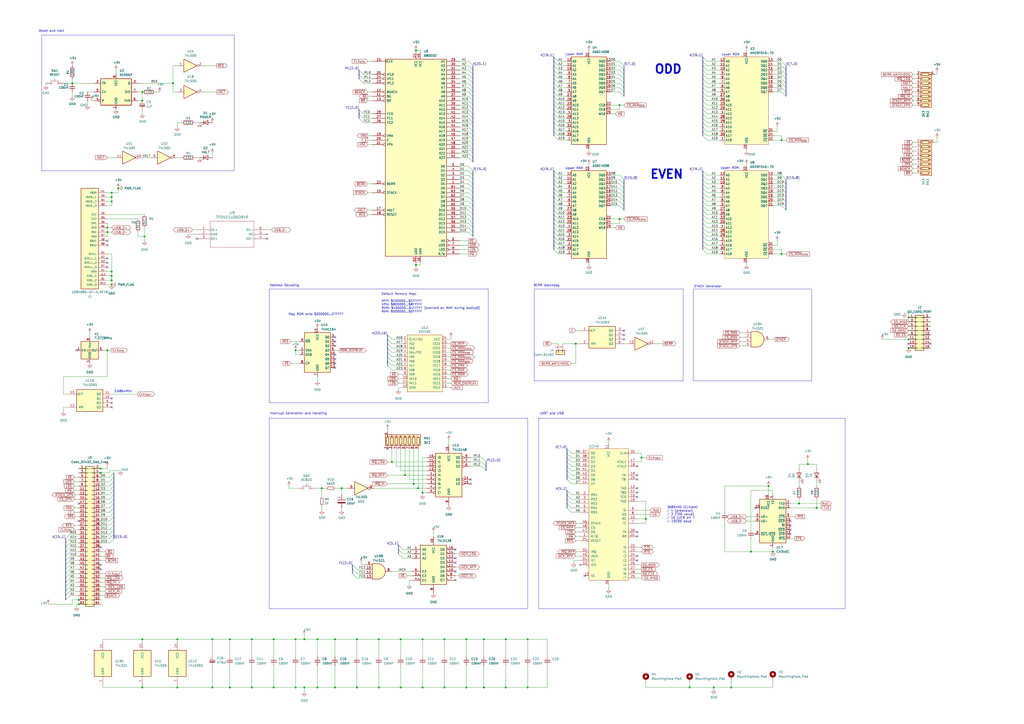
<source format=kicad_sch>
(kicad_sch (version 20230121) (generator eeschema)
  (paper "A2")
  (junction (at 306.07 398.78))
  (junction (at 245.11 398.78))
  (junction (at 184.15 370.84))
  (junction (at 334.01 199.39))
  (junction (at 359.41 127))
  (junction (at 227.33 267.97))
  (junction (at 240.03 280.67))
  (junction (at 45.72 350.52))
  (junction (at 527.05 201.93))
  (junction (at 241.3 29.21))
  (junction (at 171.45 370.84))
  (junction (at 448.31 320.04))
  (junction (at 234.95 275.59))
  (junction (at 68.58 109.22))
  (junction (at 293.37 370.84))
  (junction (at 468.63 269.24))
  (junction (at 100.33 48.26))
  (junction (at 64.77 165.1))
  (junction (at 270.51 370.84))
  (junction (at 82.55 370.84))
  (junction (at 414.02 398.78))
  (junction (at 45.72 347.98))
  (junction (at 146.05 370.84))
  (junction (at 171.45 203.2))
  (junction (at 133.35 398.78))
  (junction (at 372.11 265.43))
  (junction (at 359.41 60.96))
  (junction (at 194.31 398.78))
  (junction (at 435.61 320.04))
  (junction (at 64.77 116.84))
  (junction (at 400.05 398.78))
  (junction (at 245.11 370.84))
  (junction (at 64.77 160.02))
  (junction (at 527.05 184.15))
  (junction (at 64.77 157.48))
  (junction (at 158.75 370.84))
  (junction (at 207.01 370.84))
  (junction (at 83.82 137.16))
  (junction (at 146.05 398.78))
  (junction (at 207.01 398.78))
  (junction (at 257.81 398.78))
  (junction (at 453.39 81.28))
  (junction (at 184.15 398.78))
  (junction (at 280.67 398.78))
  (junction (at 41.91 48.26))
  (junction (at 186.69 283.21))
  (junction (at 64.77 111.76))
  (junction (at 293.37 398.78))
  (junction (at 62.23 134.62))
  (junction (at 270.51 398.78))
  (junction (at 219.71 398.78))
  (junction (at 306.07 370.84))
  (junction (at 424.18 398.78))
  (junction (at 232.41 398.78))
  (junction (at 463.55 292.1))
  (junction (at 445.77 281.94))
  (junction (at 374.65 300.99))
  (junction (at 527.05 196.85))
  (junction (at 123.19 370.84))
  (junction (at 242.57 283.21))
  (junction (at 171.45 398.78))
  (junction (at 102.87 398.78))
  (junction (at 241.3 153.67))
  (junction (at 58.42 271.78))
  (junction (at 280.67 370.84))
  (junction (at 58.42 274.32))
  (junction (at 473.71 294.64))
  (junction (at 219.71 370.84))
  (junction (at 62.23 132.08))
  (junction (at 64.77 162.56))
  (junction (at 453.39 147.32))
  (junction (at 232.41 370.84))
  (junction (at 82.55 398.78))
  (junction (at 123.19 398.78))
  (junction (at 257.81 370.84))
  (junction (at 82.55 53.34))
  (junction (at 176.53 370.84))
  (junction (at 133.35 370.84))
  (junction (at 82.55 58.42))
  (junction (at 102.87 370.84))
  (junction (at 62.23 203.2))
  (junction (at 198.12 283.21))
  (junction (at 64.77 114.3))
  (junction (at 176.53 398.78))
  (junction (at 194.31 370.84))
  (junction (at 158.75 398.78))
  (junction (at 245.11 285.75))
  (no_connect (at 64.77 231.14))
  (no_connect (at 58.42 317.5))
  (no_connect (at 154.94 138.43))
  (no_connect (at 458.47 309.88))
  (no_connect (at 369.57 325.12))
  (no_connect (at 58.42 330.2))
  (no_connect (at 369.57 322.58))
  (no_connect (at 45.72 292.1))
  (no_connect (at 64.77 236.22))
  (no_connect (at 114.3 138.43))
  (no_connect (at 194.31 210.82))
  (no_connect (at 369.57 288.29))
  (no_connect (at 264.16 331.47))
  (no_connect (at 194.31 198.12))
  (no_connect (at 369.57 283.21))
  (no_connect (at 369.57 270.51))
  (no_connect (at 194.31 195.58))
  (no_connect (at 361.95 191.77))
  (no_connect (at 224.79 260.35))
  (no_connect (at 273.05 280.67))
  (no_connect (at 369.57 285.75))
  (no_connect (at 369.57 275.59))
  (no_connect (at 264.16 336.55))
  (no_connect (at 539.75 199.39))
  (no_connect (at 369.57 311.15))
  (no_connect (at 62.23 154.94))
  (no_connect (at 62.23 139.7))
  (no_connect (at 194.31 205.74))
  (no_connect (at 62.23 152.4))
  (no_connect (at 361.95 194.31))
  (no_connect (at 58.42 327.66))
  (no_connect (at 527.05 199.39))
  (no_connect (at 336.55 327.66))
  (no_connect (at 369.57 278.13))
  (no_connect (at 339.09 334.01))
  (no_connect (at 264.16 326.39))
  (no_connect (at 264.16 318.77))
  (no_connect (at 273.05 278.13))
  (no_connect (at 361.95 196.85))
  (no_connect (at 438.15 294.64))
  (no_connect (at 194.31 208.28))
  (no_connect (at 458.47 302.26))
  (no_connect (at 64.77 233.68))
  (no_connect (at 62.23 142.24))
  (no_connect (at 458.47 304.8))
  (no_connect (at 194.31 200.66))
  (no_connect (at 45.72 302.26))
  (no_connect (at 264.16 323.85))
  (no_connect (at 369.57 308.61))
  (no_connect (at 44.45 203.2))
  (no_connect (at 62.23 149.86))
  (no_connect (at 194.31 213.36))
  (no_connect (at 438.15 309.88))
  (no_connect (at 458.47 307.34))
  (bus_entry (at 321.31 45.72) (size 2.54 2.54))
  (bus_entry (at 453.39 119.38) (size 2.54 2.54))
  (bus_entry (at 38.1 345.44) (size 2.54 -2.54))
  (bus_entry (at 359.41 111.76) (size 2.54 2.54))
  (bus_entry (at 359.41 53.34) (size 2.54 2.54))
  (bus_entry (at 407.67 68.58) (size 2.54 2.54))
  (bus_entry (at 224.79 204.47) (size 2.54 2.54))
  (bus_entry (at 38.1 325.12) (size 2.54 -2.54))
  (bus_entry (at 271.78 48.26) (size 2.54 2.54))
  (bus_entry (at 321.31 68.58) (size 2.54 2.54))
  (bus_entry (at 321.31 109.22) (size 2.54 2.54))
  (bus_entry (at 407.67 73.66) (size 2.54 2.54))
  (bus_entry (at 321.31 71.12) (size 2.54 2.54))
  (bus_entry (at 407.67 132.08) (size 2.54 2.54))
  (bus_entry (at 321.31 137.16) (size 2.54 2.54))
  (bus_entry (at 321.31 142.24) (size 2.54 2.54))
  (bus_entry (at 407.67 127) (size 2.54 2.54))
  (bus_entry (at 453.39 114.3) (size 2.54 2.54))
  (bus_entry (at 321.31 104.14) (size 2.54 2.54))
  (bus_entry (at 359.41 45.72) (size 2.54 2.54))
  (bus_entry (at 279.4 270.51) (size 2.54 2.54))
  (bus_entry (at 328.93 260.35) (size 2.54 2.54))
  (bus_entry (at 407.67 76.2) (size 2.54 2.54))
  (bus_entry (at 453.39 43.18) (size 2.54 2.54))
  (bus_entry (at 208.28 43.18) (size 2.54 2.54))
  (bus_entry (at 271.78 132.08) (size 2.54 2.54))
  (bus_entry (at 271.78 53.34) (size 2.54 2.54))
  (bus_entry (at 63.5 287.02) (size 2.54 -2.54))
  (bus_entry (at 224.79 199.39) (size 2.54 2.54))
  (bus_entry (at 271.78 111.76) (size 2.54 2.54))
  (bus_entry (at 224.79 201.93) (size 2.54 2.54))
  (bus_entry (at 321.31 60.96) (size 2.54 2.54))
  (bus_entry (at 231.14 316.23) (size 2.54 2.54))
  (bus_entry (at 321.31 33.02) (size 2.54 2.54))
  (bus_entry (at 407.67 104.14) (size 2.54 2.54))
  (bus_entry (at 328.93 284.48) (size 2.54 2.54))
  (bus_entry (at 271.78 71.12) (size 2.54 2.54))
  (bus_entry (at 224.79 207.01) (size 2.54 2.54))
  (bus_entry (at 407.67 101.6) (size 2.54 2.54))
  (bus_entry (at 407.67 142.24) (size 2.54 2.54))
  (bus_entry (at 63.5 276.86) (size 2.54 -2.54))
  (bus_entry (at 271.78 63.5) (size 2.54 2.54))
  (bus_entry (at 407.67 137.16) (size 2.54 2.54))
  (bus_entry (at 38.1 317.5) (size 2.54 -2.54))
  (bus_entry (at 359.41 119.38) (size 2.54 2.54))
  (bus_entry (at 407.67 66.04) (size 2.54 2.54))
  (bus_entry (at 271.78 60.96) (size 2.54 2.54))
  (bus_entry (at 271.78 134.62) (size 2.54 2.54))
  (bus_entry (at 321.31 111.76) (size 2.54 2.54))
  (bus_entry (at 453.39 104.14) (size 2.54 2.54))
  (bus_entry (at 38.1 342.9) (size 2.54 -2.54))
  (bus_entry (at 359.41 43.18) (size 2.54 2.54))
  (bus_entry (at 453.39 109.22) (size 2.54 2.54))
  (bus_entry (at 271.78 96.52) (size 2.54 2.54))
  (bus_entry (at 321.31 58.42) (size 2.54 2.54))
  (bus_entry (at 38.1 320.04) (size 2.54 -2.54))
  (bus_entry (at 271.78 45.72) (size 2.54 2.54))
  (bus_entry (at 359.41 50.8) (size 2.54 2.54))
  (bus_entry (at 271.78 99.06) (size 2.54 2.54))
  (bus_entry (at 231.14 321.31) (size 2.54 2.54))
  (bus_entry (at 271.78 129.54) (size 2.54 2.54))
  (bus_entry (at 38.1 335.28) (size 2.54 -2.54))
  (bus_entry (at 453.39 50.8) (size 2.54 2.54))
  (bus_entry (at 271.78 76.2) (size 2.54 2.54))
  (bus_entry (at 321.31 50.8) (size 2.54 2.54))
  (bus_entry (at 204.47 330.2) (size 2.54 2.54))
  (bus_entry (at 407.67 38.1) (size 2.54 2.54))
  (bus_entry (at 328.93 289.56) (size 2.54 2.54))
  (bus_entry (at 271.78 124.46) (size 2.54 2.54))
  (bus_entry (at 271.78 40.64) (size 2.54 2.54))
  (bus_entry (at 407.67 48.26) (size 2.54 2.54))
  (bus_entry (at 407.67 99.06) (size 2.54 2.54))
  (bus_entry (at 407.67 55.88) (size 2.54 2.54))
  (bus_entry (at 38.1 312.42) (size 2.54 -2.54))
  (bus_entry (at 453.39 106.68) (size 2.54 2.54))
  (bus_entry (at 321.31 73.66) (size 2.54 2.54))
  (bus_entry (at 359.41 35.56) (size 2.54 2.54))
  (bus_entry (at 271.78 66.04) (size 2.54 2.54))
  (bus_entry (at 321.31 132.08) (size 2.54 2.54))
  (bus_entry (at 407.67 53.34) (size 2.54 2.54))
  (bus_entry (at 328.93 273.05) (size 2.54 2.54))
  (bus_entry (at 271.78 91.44) (size 2.54 2.54))
  (bus_entry (at 271.78 38.1) (size 2.54 2.54))
  (bus_entry (at 63.5 299.72) (size 2.54 -2.54))
  (bus_entry (at 321.31 38.1) (size 2.54 2.54))
  (bus_entry (at 321.31 134.62) (size 2.54 2.54))
  (bus_entry (at 453.39 48.26) (size 2.54 2.54))
  (bus_entry (at 208.28 68.58) (size 2.54 2.54))
  (bus_entry (at 321.31 78.74) (size 2.54 2.54))
  (bus_entry (at 321.31 119.38) (size 2.54 2.54))
  (bus_entry (at 271.78 114.3) (size 2.54 2.54))
  (bus_entry (at 453.39 111.76) (size 2.54 2.54))
  (bus_entry (at 63.5 309.88) (size 2.54 -2.54))
  (bus_entry (at 208.28 66.04) (size 2.54 2.54))
  (bus_entry (at 407.67 139.7) (size 2.54 2.54))
  (bus_entry (at 407.67 45.72) (size 2.54 2.54))
  (bus_entry (at 453.39 101.6) (size 2.54 2.54))
  (bus_entry (at 407.67 119.38) (size 2.54 2.54))
  (bus_entry (at 321.31 63.5) (size 2.54 2.54))
  (bus_entry (at 321.31 40.64) (size 2.54 2.54))
  (bus_entry (at 321.31 127) (size 2.54 2.54))
  (bus_entry (at 63.5 297.18) (size 2.54 -2.54))
  (bus_entry (at 271.78 106.68) (size 2.54 2.54))
  (bus_entry (at 407.67 71.12) (size 2.54 2.54))
  (bus_entry (at 63.5 294.64) (size 2.54 -2.54))
  (bus_entry (at 271.78 58.42) (size 2.54 2.54))
  (bus_entry (at 271.78 104.14) (size 2.54 2.54))
  (bus_entry (at 328.93 262.89) (size 2.54 2.54))
  (bus_entry (at 407.67 63.5) (size 2.54 2.54))
  (bus_entry (at 38.1 314.96) (size 2.54 -2.54))
  (bus_entry (at 407.67 35.56) (size 2.54 2.54))
  (bus_entry (at 63.5 292.1) (size 2.54 -2.54))
  (bus_entry (at 63.5 314.96) (size 2.54 -2.54))
  (bus_entry (at 407.67 58.42) (size 2.54 2.54))
  (bus_entry (at 321.31 114.3) (size 2.54 2.54))
  (bus_entry (at 407.67 106.68) (size 2.54 2.54))
  (bus_entry (at 321.31 144.78) (size 2.54 2.54))
  (bus_entry (at 271.78 109.22) (size 2.54 2.54))
  (bus_entry (at 271.78 121.92) (size 2.54 2.54))
  (bus_entry (at 328.93 294.64) (size 2.54 2.54))
  (bus_entry (at 407.67 129.54) (size 2.54 2.54))
  (bus_entry (at 407.67 111.76) (size 2.54 2.54))
  (bus_entry (at 359.41 104.14) (size 2.54 2.54))
  (bus_entry (at 321.31 55.88) (size 2.54 2.54))
  (bus_entry (at 271.78 78.74) (size 2.54 2.54))
  (bus_entry (at 271.78 119.38) (size 2.54 2.54))
  (bus_entry (at 271.78 68.58) (size 2.54 2.54))
  (bus_entry (at 271.78 73.66) (size 2.54 2.54))
  (bus_entry (at 453.39 35.56) (size 2.54 2.54))
  (bus_entry (at 208.28 40.64) (size 2.54 2.54))
  (bus_entry (at 321.31 76.2) (size 2.54 2.54))
  (bus_entry (at 321.31 124.46) (size 2.54 2.54))
  (bus_entry (at 321.31 66.04) (size 2.54 2.54))
  (bus_entry (at 321.31 99.06) (size 2.54 2.54))
  (bus_entry (at 63.5 304.8) (size 2.54 -2.54))
  (bus_entry (at 328.93 292.1) (size 2.54 2.54))
  (bus_entry (at 407.67 50.8) (size 2.54 2.54))
  (bus_entry (at 321.31 139.7) (size 2.54 2.54))
  (bus_entry (at 38.1 322.58) (size 2.54 -2.54))
  (bus_entry (at 224.79 212.09) (size 2.54 2.54))
  (bus_entry (at 453.39 38.1) (size 2.54 2.54))
  (bus_entry (at 63.5 281.94) (size 2.54 -2.54))
  (bus_entry (at 224.79 196.85) (size 2.54 2.54))
  (bus_entry (at 359.41 101.6) (size 2.54 2.54))
  (bus_entry (at 359.41 40.64) (size 2.54 2.54))
  (bus_entry (at 321.31 48.26) (size 2.54 2.54))
  (bus_entry (at 407.67 43.18) (size 2.54 2.54))
  (bus_entry (at 321.31 129.54) (size 2.54 2.54))
  (bus_entry (at 224.79 194.31) (size 2.54 2.54))
  (bus_entry (at 321.31 53.34) (size 2.54 2.54))
  (bus_entry (at 407.67 144.78) (size 2.54 2.54))
  (bus_entry (at 407.67 121.92) (size 2.54 2.54))
  (bus_entry (at 359.41 106.68) (size 2.54 2.54))
  (bus_entry (at 231.14 318.77) (size 2.54 2.54))
  (bus_entry (at 271.78 86.36) (size 2.54 2.54))
  (bus_entry (at 359.41 48.26) (size 2.54 2.54))
  (bus_entry (at 321.31 106.68) (size 2.54 2.54))
  (bus_entry (at 271.78 35.56) (size 2.54 2.54))
  (bus_entry (at 359.41 114.3) (size 2.54 2.54))
  (bus_entry (at 271.78 43.18) (size 2.54 2.54))
  (bus_entry (at 407.67 78.74) (size 2.54 2.54))
  (bus_entry (at 38.1 330.2) (size 2.54 -2.54))
  (bus_entry (at 453.39 116.84) (size 2.54 2.54))
  (bus_entry (at 38.1 327.66) (size 2.54 -2.54))
  (bus_entry (at 407.67 60.96) (size 2.54 2.54))
  (bus_entry (at 407.67 114.3) (size 2.54 2.54))
  (bus_entry (at 224.79 209.55) (size 2.54 2.54))
  (bus_entry (at 271.78 127) (size 2.54 2.54))
  (bus_entry (at 63.5 312.42) (size 2.54 -2.54))
  (bus_entry (at 359.41 38.1) (size 2.54 2.54))
  (bus_entry (at 328.93 275.59) (size 2.54 2.54))
  (bus_entry (at 328.93 287.02) (size 2.54 2.54))
  (bus_entry (at 328.93 278.13) (size 2.54 2.54))
  (bus_entry (at 208.28 45.72) (size 2.54 2.54))
  (bus_entry (at 63.5 284.48) (size 2.54 -2.54))
  (bus_entry (at 407.67 33.02) (size 2.54 2.54))
  (bus_entry (at 279.4 265.43) (size 2.54 2.54))
  (bus_entry (at 271.78 83.82) (size 2.54 2.54))
  (bus_entry (at 271.78 81.28) (size 2.54 2.54))
  (bus_entry (at 328.93 267.97) (size 2.54 2.54))
  (bus_entry (at 407.67 116.84) (size 2.54 2.54))
  (bus_entry (at 359.41 109.22) (size 2.54 2.54))
  (bus_entry (at 38.1 332.74) (size 2.54 -2.54))
  (bus_entry (at 407.67 40.64) (size 2.54 2.54))
  (bus_entry (at 63.5 279.4) (size 2.54 -2.54))
  (bus_entry (at 38.1 347.98) (size 2.54 -2.54))
  (bus_entry (at 321.31 101.6) (size 2.54 2.54))
  (bus_entry (at 328.93 265.43) (size 2.54 2.54))
  (bus_entry (at 271.78 50.8) (size 2.54 2.54))
  (bus_entry (at 407.67 134.62) (size 2.54 2.54))
  (bus_entry (at 271.78 116.84) (size 2.54 2.54))
  (bus_entry (at 321.31 121.92) (size 2.54 2.54))
  (bus_entry (at 279.4 267.97) (size 2.54 2.54))
  (bus_entry (at 453.39 40.64) (size 2.54 2.54))
  (bus_entry (at 453.39 45.72) (size 2.54 2.54))
  (bus_entry (at 208.28 63.5) (size 2.54 2.54))
  (bus_entry (at 63.5 289.56) (size 2.54 -2.54))
  (bus_entry (at 38.1 337.82) (size 2.54 -2.54))
  (bus_entry (at 328.93 270.51) (size 2.54 2.54))
  (bus_entry (at 63.5 307.34) (size 2.54 -2.54))
  (bus_entry (at 271.78 55.88) (size 2.54 2.54))
  (bus_entry (at 359.41 116.84) (size 2.54 2.54))
  (bus_entry (at 63.5 302.26) (size 2.54 -2.54))
  (bus_entry (at 38.1 340.36) (size 2.54 -2.54))
  (bus_entry (at 453.39 53.34) (size 2.54 2.54))
  (bus_entry (at 271.78 88.9) (size 2.54 2.54))
  (bus_entry (at 204.47 327.66) (size 2.54 2.54))
  (bus_entry (at 204.47 332.74) (size 2.54 2.54))
  (bus_entry (at 271.78 101.6) (size 2.54 2.54))
  (bus_entry (at 407.67 109.22) (size 2.54 2.54))
  (bus_entry (at 321.31 116.84) (size 2.54 2.54))
  (bus_entry (at 407.67 124.46) (size 2.54 2.54))
  (bus_entry (at 321.31 43.18) (size 2.54 2.54))
  (bus_entry (at 321.31 35.56) (size 2.54 2.54))
  (wire (pts (xy 341.63 86.36) (xy 341.63 87.63)))
  (bus (pts (xy 321.31 124.46) (xy 321.31 127)))
  (wire (pts (xy 410.21 45.72) (xy 417.83 45.72)))
  (wire (pts (xy 323.85 137.16) (xy 328.93 137.16)))
  (wire (pts (xy 323.85 111.76) (xy 328.93 111.76)))
  (wire (pts (xy 448.31 81.28) (xy 453.39 81.28)))
  (bus (pts (xy 407.67 53.34) (xy 407.67 55.88)))
  (wire (pts (xy 36.83 236.22) (xy 36.83 238.76)))
  (wire (pts (xy 527.05 194.31) (xy 539.75 194.31)))
  (bus (pts (xy 204.47 330.2) (xy 204.47 332.74)))
  (wire (pts (xy 58.42 312.42) (xy 63.5 312.42)))
  (bus (pts (xy 66.04 302.26) (xy 66.04 299.72)))
  (bus (pts (xy 321.31 45.72) (xy 321.31 48.26)))
  (bus (pts (xy 361.95 104.14) (xy 361.95 106.68)))
  (wire (pts (xy 323.85 119.38) (xy 328.93 119.38)))
  (wire (pts (xy 354.33 35.56) (xy 359.41 35.56)))
  (wire (pts (xy 266.7 45.72) (xy 271.78 45.72)))
  (wire (pts (xy 237.49 260.35) (xy 237.49 278.13)))
  (bus (pts (xy 455.93 119.38) (xy 455.93 121.92)))
  (wire (pts (xy 58.42 284.48) (xy 63.5 284.48)))
  (wire (pts (xy 198.12 283.21) (xy 201.93 283.21)))
  (wire (pts (xy 369.57 267.97) (xy 372.11 267.97)))
  (wire (pts (xy 293.37 398.78) (xy 306.07 398.78)))
  (wire (pts (xy 354.33 45.72) (xy 359.41 45.72)))
  (wire (pts (xy 62.23 116.84) (xy 64.77 116.84)))
  (wire (pts (xy 207.01 332.74) (xy 212.09 332.74)))
  (wire (pts (xy 323.85 53.34) (xy 328.93 53.34)))
  (wire (pts (xy 354.33 48.26) (xy 359.41 48.26)))
  (wire (pts (xy 213.36 78.74) (xy 215.9 78.74)))
  (wire (pts (xy 207.01 398.78) (xy 219.71 398.78)))
  (wire (pts (xy 64.77 132.08) (xy 62.23 132.08)))
  (wire (pts (xy 236.22 334.01) (xy 238.76 334.01)))
  (wire (pts (xy 102.87 71.12) (xy 102.87 73.66)))
  (wire (pts (xy 40.64 342.9) (xy 45.72 342.9)))
  (wire (pts (xy 410.21 142.24) (xy 417.83 142.24)))
  (wire (pts (xy 53.34 58.42) (xy 54.61 58.42)))
  (wire (pts (xy 58.42 292.1) (xy 63.5 292.1)))
  (wire (pts (xy 259.08 217.17) (xy 261.62 217.17)))
  (bus (pts (xy 224.79 194.31) (xy 224.79 196.85)))
  (wire (pts (xy 62.23 137.16) (xy 62.23 134.62)))
  (wire (pts (xy 171.45 370.84) (xy 171.45 381)))
  (wire (pts (xy 323.85 104.14) (xy 328.93 104.14)))
  (bus (pts (xy 455.93 50.8) (xy 455.93 53.34)))
  (wire (pts (xy 331.47 297.18) (xy 336.55 297.18)))
  (wire (pts (xy 259.08 199.39) (xy 261.62 199.39)))
  (bus (pts (xy 274.32 78.74) (xy 274.32 81.28)))
  (wire (pts (xy 245.11 398.78) (xy 232.41 398.78)))
  (bus (pts (xy 361.95 119.38) (xy 361.95 121.92)))
  (wire (pts (xy 62.23 114.3) (xy 64.77 114.3)))
  (wire (pts (xy 82.55 53.34) (xy 82.55 58.42)))
  (wire (pts (xy 43.18 287.02) (xy 45.72 287.02)))
  (wire (pts (xy 186.69 288.29) (xy 186.69 283.21)))
  (wire (pts (xy 448.31 78.74) (xy 453.39 78.74)))
  (wire (pts (xy 118.11 38.1) (xy 125.73 38.1)))
  (wire (pts (xy 146.05 386.08) (xy 146.05 398.78)))
  (bus (pts (xy 38.1 325.12) (xy 38.1 322.58)))
  (bus (pts (xy 274.32 111.76) (xy 274.32 114.3)))
  (wire (pts (xy 448.31 104.14) (xy 453.39 104.14)))
  (wire (pts (xy 270.51 398.78) (xy 257.81 398.78)))
  (wire (pts (xy 247.65 285.75) (xy 245.11 285.75)))
  (wire (pts (xy 410.21 119.38) (xy 417.83 119.38)))
  (polyline (pts (xy 135.89 20.32) (xy 135.89 99.06)))
  (wire (pts (xy 323.85 45.72) (xy 328.93 45.72)))
  (wire (pts (xy 207.01 370.84) (xy 207.01 381)))
  (wire (pts (xy 473.71 269.24) (xy 473.71 271.78)))
  (wire (pts (xy 233.68 222.25) (xy 231.14 222.25)))
  (wire (pts (xy 168.91 198.12) (xy 173.99 198.12)))
  (wire (pts (xy 213.36 81.28) (xy 215.9 81.28)))
  (wire (pts (xy 293.37 370.84) (xy 293.37 381)))
  (wire (pts (xy 58.42 302.26) (xy 63.5 302.26)))
  (wire (pts (xy 227.33 201.93) (xy 233.68 201.93)))
  (wire (pts (xy 63.5 273.05) (xy 69.85 273.05)))
  (wire (pts (xy 410.21 139.7) (xy 417.83 139.7)))
  (wire (pts (xy 82.55 372.11) (xy 82.55 370.84)))
  (wire (pts (xy 410.21 55.88) (xy 417.83 55.88)))
  (bus (pts (xy 204.47 327.66) (xy 204.47 330.2)))
  (bus (pts (xy 66.04 276.86) (xy 66.04 274.32)))
  (bus (pts (xy 38.1 337.82) (xy 38.1 335.28)))
  (wire (pts (xy 266.7 40.64) (xy 271.78 40.64)))
  (wire (pts (xy 410.21 50.8) (xy 417.83 50.8)))
  (wire (pts (xy 266.7 55.88) (xy 271.78 55.88)))
  (wire (pts (xy 448.31 48.26) (xy 453.39 48.26)))
  (wire (pts (xy 359.41 60.96) (xy 361.95 60.96)))
  (wire (pts (xy 266.7 127) (xy 271.78 127)))
  (wire (pts (xy 210.82 43.18) (xy 215.9 43.18)))
  (wire (pts (xy 245.11 370.84) (xy 232.41 370.84)))
  (wire (pts (xy 323.85 66.04) (xy 328.93 66.04)))
  (bus (pts (xy 455.93 48.26) (xy 455.93 50.8)))
  (wire (pts (xy 529.59 55.88) (xy 532.13 55.88)))
  (wire (pts (xy 62.23 203.2) (xy 64.77 203.2)))
  (bus (pts (xy 407.67 43.18) (xy 407.67 45.72)))
  (wire (pts (xy 529.59 92.71) (xy 532.13 92.71)))
  (wire (pts (xy 64.77 160.02) (xy 64.77 162.56)))
  (wire (pts (xy 58.42 294.64) (xy 63.5 294.64)))
  (wire (pts (xy 45.72 274.32) (xy 58.42 274.32)))
  (wire (pts (xy 210.82 66.04) (xy 215.9 66.04)))
  (wire (pts (xy 266.7 66.04) (xy 271.78 66.04)))
  (wire (pts (xy 266.7 38.1) (xy 271.78 38.1)))
  (wire (pts (xy 331.47 275.59) (xy 336.55 275.59)))
  (wire (pts (xy 317.5 381) (xy 317.5 370.84)))
  (wire (pts (xy 331.47 294.64) (xy 336.55 294.64)))
  (wire (pts (xy 62.23 271.78) (xy 62.23 270.51)))
  (wire (pts (xy 219.71 370.84) (xy 219.71 381)))
  (wire (pts (xy 354.33 111.76) (xy 359.41 111.76)))
  (wire (pts (xy 64.77 162.56) (xy 64.77 165.1)))
  (bus (pts (xy 361.95 109.22) (xy 361.95 111.76)))
  (wire (pts (xy 266.7 129.54) (xy 271.78 129.54)))
  (wire (pts (xy 257.81 386.08) (xy 257.81 398.78)))
  (bus (pts (xy 66.04 312.42) (xy 66.04 309.88)))
  (wire (pts (xy 43.18 304.8) (xy 45.72 304.8)))
  (wire (pts (xy 82.55 63.5) (xy 82.55 66.04)))
  (wire (pts (xy 374.65 396.24) (xy 374.65 398.78)))
  (wire (pts (xy 45.72 350.52) (xy 44.45 350.52)))
  (wire (pts (xy 58.42 276.86) (xy 63.5 276.86)))
  (bus (pts (xy 274.32 60.96) (xy 274.32 63.5)))
  (wire (pts (xy 410.21 40.64) (xy 417.83 40.64)))
  (wire (pts (xy 280.67 386.08) (xy 280.67 398.78)))
  (bus (pts (xy 321.31 119.38) (xy 321.31 121.92)))
  (wire (pts (xy 59.69 372.11) (xy 59.69 370.84)))
  (wire (pts (xy 323.85 68.58) (xy 328.93 68.58)))
  (bus (pts (xy 274.32 40.64) (xy 274.32 43.18)))
  (bus (pts (xy 274.32 50.8) (xy 274.32 53.34)))
  (bus (pts (xy 66.04 281.94) (xy 66.04 279.4)))
  (wire (pts (xy 63.5 273.05) (xy 63.5 274.32)))
  (polyline (pts (xy 306.07 242.57) (xy 306.07 353.06)))
  (wire (pts (xy 334.01 311.15) (xy 336.55 311.15)))
  (wire (pts (xy 266.7 63.5) (xy 271.78 63.5)))
  (wire (pts (xy 532.13 58.42) (xy 529.59 58.42)))
  (wire (pts (xy 354.33 43.18) (xy 359.41 43.18)))
  (wire (pts (xy 227.33 214.63) (xy 233.68 214.63)))
  (bus (pts (xy 274.32 101.6) (xy 274.32 104.14)))
  (wire (pts (xy 323.85 38.1) (xy 328.93 38.1)))
  (bus (pts (xy 321.31 55.88) (xy 321.31 58.42)))
  (wire (pts (xy 40.64 317.5) (xy 45.72 317.5)))
  (bus (pts (xy 38.1 347.98) (xy 38.1 345.44)))
  (bus (pts (xy 455.93 109.22) (xy 455.93 111.76)))
  (wire (pts (xy 529.59 43.18) (xy 532.13 43.18)))
  (wire (pts (xy 171.45 203.2) (xy 173.99 203.2)))
  (bus (pts (xy 281.94 270.51) (xy 281.94 273.05)))
  (wire (pts (xy 173.99 205.74) (xy 171.45 205.74)))
  (wire (pts (xy 39.37 236.22) (xy 36.83 236.22)))
  (wire (pts (xy 529.59 97.79) (xy 532.13 97.79)))
  (wire (pts (xy 259.08 224.79) (xy 261.62 224.79)))
  (wire (pts (xy 40.64 335.28) (xy 45.72 335.28)))
  (wire (pts (xy 448.31 45.72) (xy 453.39 45.72)))
  (wire (pts (xy 453.39 81.28) (xy 455.93 81.28)))
  (wire (pts (xy 270.51 386.08) (xy 270.51 398.78)))
  (wire (pts (xy 219.71 386.08) (xy 219.71 398.78)))
  (wire (pts (xy 64.77 111.76) (xy 68.58 111.76)))
  (wire (pts (xy 280.67 381) (xy 280.67 370.84)))
  (bus (pts (xy 321.31 38.1) (xy 321.31 40.64)))
  (bus (pts (xy 361.95 38.1) (xy 361.95 40.64)))
  (wire (pts (xy 429.26 195.58) (xy 431.8 195.58)))
  (wire (pts (xy 245.11 386.08) (xy 245.11 398.78)))
  (wire (pts (xy 227.33 331.47) (xy 238.76 331.47)))
  (wire (pts (xy 80.01 53.34) (xy 82.55 53.34)))
  (wire (pts (xy 306.07 370.84) (xy 317.5 370.84)))
  (bus (pts (xy 38.1 314.96) (xy 38.1 312.42)))
  (bus (pts (xy 407.67 111.76) (xy 407.67 114.3)))
  (wire (pts (xy 266.7 91.44) (xy 271.78 91.44)))
  (polyline (pts (xy 24.13 60.96) (xy 24.13 20.32)))
  (wire (pts (xy 64.77 228.6) (xy 80.01 228.6)))
  (wire (pts (xy 429.26 198.12) (xy 431.8 198.12)))
  (bus (pts (xy 328.93 265.43) (xy 328.93 267.97)))
  (wire (pts (xy 323.85 142.24) (xy 328.93 142.24)))
  (wire (pts (xy 259.08 201.93) (xy 261.62 201.93)))
  (bus (pts (xy 321.31 66.04) (xy 321.31 68.58)))
  (wire (pts (xy 266.7 88.9) (xy 271.78 88.9)))
  (wire (pts (xy 90.17 53.34) (xy 92.71 53.34)))
  (bus (pts (xy 321.31 76.2) (xy 321.31 78.74)))
  (wire (pts (xy 410.21 53.34) (xy 417.83 53.34)))
  (bus (pts (xy 321.31 50.8) (xy 321.31 53.34)))
  (polyline (pts (xy 312.42 242.57) (xy 312.42 353.06)))
  (wire (pts (xy 266.7 48.26) (xy 271.78 48.26)))
  (wire (pts (xy 334.01 306.07) (xy 336.55 306.07)))
  (wire (pts (xy 429.26 200.66) (xy 431.8 200.66)))
  (wire (pts (xy 62.23 111.76) (xy 64.77 111.76)))
  (wire (pts (xy 259.08 219.71) (xy 261.62 219.71)))
  (wire (pts (xy 40.64 309.88) (xy 45.72 309.88)))
  (wire (pts (xy 369.57 290.83) (xy 374.65 290.83)))
  (wire (pts (xy 82.55 370.84) (xy 102.87 370.84)))
  (bus (pts (xy 407.67 129.54) (xy 407.67 132.08)))
  (bus (pts (xy 407.67 40.64) (xy 407.67 43.18)))
  (wire (pts (xy 372.11 267.97) (xy 372.11 265.43)))
  (wire (pts (xy 447.04 196.85) (xy 449.58 196.85)))
  (wire (pts (xy 194.31 386.08) (xy 194.31 398.78)))
  (wire (pts (xy 410.21 106.68) (xy 417.83 106.68)))
  (wire (pts (xy 40.64 337.82) (xy 45.72 337.82)))
  (wire (pts (xy 213.36 35.56) (xy 215.9 35.56)))
  (wire (pts (xy 40.64 322.58) (xy 45.72 322.58)))
  (bus (pts (xy 274.32 104.14) (xy 274.32 106.68)))
  (wire (pts (xy 448.31 284.48) (xy 448.31 287.02)))
  (bus (pts (xy 66.04 304.8) (xy 66.04 302.26)))
  (wire (pts (xy 410.21 71.12) (xy 417.83 71.12)))
  (wire (pts (xy 242.57 260.35) (xy 242.57 283.21)))
  (wire (pts (xy 529.59 90.17) (xy 532.13 90.17)))
  (wire (pts (xy 323.85 48.26) (xy 328.93 48.26)))
  (wire (pts (xy 264.16 328.93) (xy 266.7 328.93)))
  (wire (pts (xy 433.07 86.36) (xy 433.07 87.63)))
  (wire (pts (xy 354.33 109.22) (xy 359.41 109.22)))
  (wire (pts (xy 62.23 165.1) (xy 64.77 165.1)))
  (wire (pts (xy 420.37 281.94) (xy 420.37 297.18)))
  (wire (pts (xy 82.55 398.78) (xy 102.87 398.78)))
  (wire (pts (xy 410.21 147.32) (xy 417.83 147.32)))
  (wire (pts (xy 410.21 114.3) (xy 417.83 114.3)))
  (wire (pts (xy 323.85 101.6) (xy 328.93 101.6)))
  (wire (pts (xy 259.08 214.63) (xy 261.62 214.63)))
  (wire (pts (xy 266.7 53.34) (xy 271.78 53.34)))
  (wire (pts (xy 184.15 381) (xy 184.15 370.84)))
  (wire (pts (xy 259.08 212.09) (xy 261.62 212.09)))
  (bus (pts (xy 38.1 332.74) (xy 38.1 330.2)))
  (wire (pts (xy 58.42 335.28) (xy 60.96 335.28)))
  (wire (pts (xy 527.05 191.77) (xy 539.75 191.77)))
  (wire (pts (xy 227.33 204.47) (xy 233.68 204.47)))
  (wire (pts (xy 369.57 320.04) (xy 372.11 320.04)))
  (wire (pts (xy 146.05 370.84) (xy 146.05 381)))
  (bus (pts (xy 321.31 127) (xy 321.31 129.54)))
  (wire (pts (xy 245.11 381) (xy 245.11 370.84)))
  (wire (pts (xy 353.06 256.54) (xy 353.06 257.81)))
  (bus (pts (xy 455.93 53.34) (xy 455.93 55.88)))
  (bus (pts (xy 274.32 38.1) (xy 274.32 40.64)))
  (bus (pts (xy 66.04 284.48) (xy 66.04 281.94)))
  (wire (pts (xy 354.33 63.5) (xy 359.41 63.5)))
  (wire (pts (xy 115.57 71.12) (xy 113.03 71.12)))
  (bus (pts (xy 328.93 267.97) (xy 328.93 270.51)))
  (wire (pts (xy 133.35 398.78) (xy 146.05 398.78)))
  (wire (pts (xy 379.73 199.39) (xy 384.81 199.39)))
  (wire (pts (xy 45.72 350.52) (xy 58.42 350.52)))
  (wire (pts (xy 369.57 335.28) (xy 372.11 335.28)))
  (bus (pts (xy 66.04 297.18) (xy 66.04 294.64)))
  (wire (pts (xy 354.33 50.8) (xy 359.41 50.8)))
  (wire (pts (xy 458.47 312.42) (xy 461.01 312.42)))
  (wire (pts (xy 237.49 278.13) (xy 247.65 278.13)))
  (wire (pts (xy 210.82 68.58) (xy 215.9 68.58)))
  (wire (pts (xy 227.33 267.97) (xy 247.65 267.97)))
  (wire (pts (xy 331.47 210.82) (xy 334.01 210.82)))
  (wire (pts (xy 58.42 320.04) (xy 60.96 320.04)))
  (wire (pts (xy 58.42 297.18) (xy 63.5 297.18)))
  (wire (pts (xy 414.02 398.78) (xy 424.18 398.78)))
  (wire (pts (xy 543.56 80.01) (xy 543.56 82.55)))
  (wire (pts (xy 323.85 71.12) (xy 328.93 71.12)))
  (wire (pts (xy 529.59 48.26) (xy 532.13 48.26)))
  (bus (pts (xy 407.67 63.5) (xy 407.67 66.04)))
  (bus (pts (xy 361.95 48.26) (xy 361.95 50.8)))
  (wire (pts (xy 43.18 279.4) (xy 45.72 279.4)))
  (bus (pts (xy 455.93 45.72) (xy 455.93 48.26)))
  (bus (pts (xy 455.93 111.76) (xy 455.93 114.3)))
  (wire (pts (xy 323.85 114.3) (xy 328.93 114.3)))
  (wire (pts (xy 64.77 157.48) (xy 64.77 160.02)))
  (wire (pts (xy 374.65 290.83) (xy 374.65 300.99)))
  (bus (pts (xy 328.93 284.48) (xy 328.93 287.02)))
  (wire (pts (xy 369.57 332.74) (xy 372.11 332.74)))
  (wire (pts (xy 331.47 289.56) (xy 336.55 289.56)))
  (bus (pts (xy 328.93 273.05) (xy 328.93 275.59)))
  (wire (pts (xy 323.85 106.68) (xy 328.93 106.68)))
  (wire (pts (xy 80.01 127) (xy 62.23 127)))
  (wire (pts (xy 82.55 397.51) (xy 82.55 398.78)))
  (wire (pts (xy 168.91 210.82) (xy 173.99 210.82)))
  (wire (pts (xy 410.21 129.54) (xy 417.83 129.54)))
  (polyline (pts (xy 156.21 167.64) (xy 161.29 167.64)))
  (bus (pts (xy 321.31 111.76) (xy 321.31 114.3)))
  (bus (pts (xy 274.32 53.34) (xy 274.32 55.88)))
  (bus (pts (xy 224.79 207.01) (xy 224.79 209.55)))
  (wire (pts (xy 100.33 48.26) (xy 100.33 53.34)))
  (bus (pts (xy 321.31 132.08) (xy 321.31 134.62)))
  (wire (pts (xy 435.61 284.48) (xy 448.31 284.48)))
  (wire (pts (xy 448.31 43.18) (xy 453.39 43.18)))
  (wire (pts (xy 264.16 334.01) (xy 266.7 334.01)))
  (bus (pts (xy 321.31 116.84) (xy 321.31 119.38)))
  (bus (pts (xy 407.67 55.88) (xy 407.67 58.42)))
  (wire (pts (xy 58.42 309.88) (xy 63.5 309.88)))
  (bus (pts (xy 274.32 129.54) (xy 274.32 132.08)))
  (wire (pts (xy 323.85 121.92) (xy 328.93 121.92)))
  (wire (pts (xy 245.11 287.02) (xy 245.11 285.75)))
  (polyline (pts (xy 156.21 242.57) (xy 306.07 242.57)))
  (wire (pts (xy 410.21 66.04) (xy 417.83 66.04)))
  (wire (pts (xy 43.18 299.72) (xy 45.72 299.72)))
  (wire (pts (xy 43.18 289.56) (xy 45.72 289.56)))
  (wire (pts (xy 450.85 76.2) (xy 450.85 73.66)))
  (wire (pts (xy 372.11 265.43) (xy 372.11 262.89)))
  (wire (pts (xy 238.76 336.55) (xy 237.49 336.55)))
  (wire (pts (xy 259.08 196.85) (xy 261.62 196.85)))
  (wire (pts (xy 359.41 63.5) (xy 359.41 60.96)))
  (bus (pts (xy 328.93 262.89) (xy 328.93 265.43)))
  (wire (pts (xy 453.39 144.78) (xy 453.39 147.32)))
  (wire (pts (xy 266.7 144.78) (xy 271.78 144.78)))
  (wire (pts (xy 266.7 139.7) (xy 271.78 139.7)))
  (wire (pts (xy 410.21 78.74) (xy 417.83 78.74)))
  (wire (pts (xy 102.87 370.84) (xy 102.87 372.11)))
  (wire (pts (xy 323.85 129.54) (xy 328.93 129.54)))
  (wire (pts (xy 158.75 386.08) (xy 158.75 398.78)))
  (wire (pts (xy 114.3 135.89) (xy 109.22 135.89)))
  (wire (pts (xy 243.84 29.21) (xy 241.3 29.21)))
  (wire (pts (xy 207.01 386.08) (xy 207.01 398.78)))
  (wire (pts (xy 323.85 127) (xy 328.93 127)))
  (wire (pts (xy 420.37 320.04) (xy 435.61 320.04)))
  (wire (pts (xy 293.37 386.08) (xy 293.37 398.78)))
  (wire (pts (xy 36.83 48.26) (xy 41.91 48.26)))
  (wire (pts (xy 232.41 370.84) (xy 232.41 381)))
  (wire (pts (xy 424.18 398.78) (xy 448.31 398.78)))
  (wire (pts (xy 36.83 218.44) (xy 62.23 218.44)))
  (bus (pts (xy 321.31 104.14) (xy 321.31 106.68)))
  (wire (pts (xy 146.05 398.78) (xy 158.75 398.78)))
  (bus (pts (xy 407.67 134.62) (xy 407.67 137.16)))
  (bus (pts (xy 274.32 66.04) (xy 274.32 68.58)))
  (wire (pts (xy 266.7 96.52) (xy 271.78 96.52)))
  (wire (pts (xy 529.59 85.09) (xy 532.13 85.09)))
  (wire (pts (xy 369.57 298.45) (xy 377.19 298.45)))
  (wire (pts (xy 448.31 76.2) (xy 450.85 76.2)))
  (wire (pts (xy 331.47 287.02) (xy 336.55 287.02)))
  (bus (pts (xy 274.32 76.2) (xy 274.32 78.74)))
  (wire (pts (xy 323.85 40.64) (xy 328.93 40.64)))
  (polyline (pts (xy 306.07 353.06) (xy 156.21 353.06)))
  (wire (pts (xy 227.33 199.39) (xy 233.68 199.39)))
  (wire (pts (xy 435.61 284.48) (xy 435.61 307.34)))
  (wire (pts (xy 448.31 101.6) (xy 453.39 101.6)))
  (wire (pts (xy 232.41 273.05) (xy 247.65 273.05)))
  (wire (pts (xy 361.95 199.39) (xy 364.49 199.39)))
  (bus (pts (xy 66.04 299.72) (xy 66.04 297.18)))
  (bus (pts (xy 407.67 33.02) (xy 407.67 35.56)))
  (bus (pts (xy 224.79 199.39) (xy 224.79 201.93)))
  (wire (pts (xy 529.59 100.33) (xy 532.13 100.33)))
  (wire (pts (xy 266.7 73.66) (xy 271.78 73.66)))
  (wire (pts (xy 529.59 60.96) (xy 532.13 60.96)))
  (wire (pts (xy 266.7 86.36) (xy 271.78 86.36)))
  (wire (pts (xy 334.01 313.69) (xy 336.55 313.69)))
  (wire (pts (xy 323.85 147.32) (xy 328.93 147.32)))
  (wire (pts (xy 473.71 294.64) (xy 476.25 294.64)))
  (wire (pts (xy 420.37 281.94) (xy 445.77 281.94)))
  (bus (pts (xy 361.95 111.76) (xy 361.95 114.3)))
  (bus (pts (xy 407.67 124.46) (xy 407.67 127)))
  (wire (pts (xy 354.33 66.04) (xy 356.87 66.04)))
  (wire (pts (xy 245.11 265.43) (xy 245.11 285.75)))
  (wire (pts (xy 410.21 73.66) (xy 417.83 73.66)))
  (wire (pts (xy 62.23 129.54) (xy 62.23 132.08)))
  (wire (pts (xy 40.64 325.12) (xy 45.72 325.12)))
  (wire (pts (xy 369.57 317.5) (xy 372.11 317.5)))
  (wire (pts (xy 102.87 71.12) (xy 105.41 71.12)))
  (wire (pts (xy 410.21 81.28) (xy 417.83 81.28)))
  (bus (pts (xy 208.28 43.18) (xy 208.28 45.72)))
  (wire (pts (xy 326.39 199.39) (xy 334.01 199.39)))
  (wire (pts (xy 80.01 137.16) (xy 83.82 137.16)))
  (wire (pts (xy 468.63 266.7) (xy 468.63 269.24)))
  (wire (pts (xy 176.53 401.32) (xy 176.53 398.78)))
  (wire (pts (xy 194.31 398.78) (xy 207.01 398.78)))
  (wire (pts (xy 194.31 283.21) (xy 198.12 283.21)))
  (bus (pts (xy 224.79 209.55) (xy 224.79 212.09)))
  (bus (pts (xy 274.32 81.28) (xy 274.32 83.82)))
  (wire (pts (xy 529.59 87.63) (xy 532.13 87.63)))
  (wire (pts (xy 43.18 294.64) (xy 45.72 294.64)))
  (wire (pts (xy 233.68 224.79) (xy 231.14 224.79)))
  (wire (pts (xy 331.47 273.05) (xy 336.55 273.05)))
  (bus (pts (xy 321.31 109.22) (xy 321.31 111.76)))
  (bus (pts (xy 274.32 68.58) (xy 274.32 71.12)))
  (wire (pts (xy 41.91 53.34) (xy 41.91 55.88)))
  (wire (pts (xy 227.33 260.35) (xy 227.33 267.97)))
  (wire (pts (xy 232.41 386.08) (xy 232.41 398.78)))
  (bus (pts (xy 407.67 66.04) (xy 407.67 68.58)))
  (wire (pts (xy 40.64 332.74) (xy 45.72 332.74)))
  (wire (pts (xy 410.21 144.78) (xy 417.83 144.78)))
  (bus (pts (xy 361.95 106.68) (xy 361.95 109.22)))
  (wire (pts (xy 410.21 38.1) (xy 417.83 38.1)))
  (bus (pts (xy 407.67 50.8) (xy 407.67 53.34)))
  (wire (pts (xy 67.31 40.64) (xy 67.31 43.18)))
  (wire (pts (xy 68.58 111.76) (xy 68.58 109.22)))
  (wire (pts (xy 323.85 109.22) (xy 328.93 109.22)))
  (bus (pts (xy 321.31 142.24) (xy 321.31 144.78)))
  (wire (pts (xy 334.01 308.61) (xy 336.55 308.61)))
  (wire (pts (xy 41.91 45.72) (xy 41.91 48.26)))
  (wire (pts (xy 198.12 294.64) (xy 198.12 295.91)))
  (bus (pts (xy 321.31 48.26) (xy 321.31 50.8)))
  (wire (pts (xy 102.87 397.51) (xy 102.87 398.78)))
  (wire (pts (xy 171.45 205.74) (xy 171.45 203.2)))
  (wire (pts (xy 527.05 189.23) (xy 539.75 189.23)))
  (wire (pts (xy 50.8 53.34) (xy 54.61 53.34)))
  (wire (pts (xy 224.79 267.97) (xy 227.33 267.97)))
  (bus (pts (xy 328.93 260.35) (xy 328.93 262.89)))
  (wire (pts (xy 266.7 101.6) (xy 271.78 101.6)))
  (wire (pts (xy 227.33 207.01) (xy 233.68 207.01)))
  (bus (pts (xy 231.14 316.23) (xy 231.14 318.77)))
  (wire (pts (xy 354.33 40.64) (xy 359.41 40.64)))
  (wire (pts (xy 213.36 53.34) (xy 215.9 53.34)))
  (wire (pts (xy 176.53 398.78) (xy 171.45 398.78)))
  (bus (pts (xy 224.79 196.85) (xy 224.79 199.39)))
  (bus (pts (xy 321.31 43.18) (xy 321.31 45.72)))
  (bus (pts (xy 321.31 68.58) (xy 321.31 71.12)))
  (wire (pts (xy 448.31 106.68) (xy 453.39 106.68)))
  (wire (pts (xy 372.11 262.89) (xy 369.57 262.89)))
  (wire (pts (xy 261.62 196.85) (xy 261.62 195.58)))
  (wire (pts (xy 323.85 35.56) (xy 328.93 35.56)))
  (wire (pts (xy 62.23 162.56) (xy 64.77 162.56)))
  (wire (pts (xy 154.94 133.35) (xy 157.48 133.35)))
  (wire (pts (xy 194.31 203.2) (xy 196.85 203.2)))
  (wire (pts (xy 410.21 132.08) (xy 417.83 132.08)))
  (bus (pts (xy 274.32 109.22) (xy 274.32 111.76)))
  (bus (pts (xy 274.32 127) (xy 274.32 129.54)))
  (wire (pts (xy 266.7 50.8) (xy 271.78 50.8)))
  (wire (pts (xy 182.88 283.21) (xy 186.69 283.21)))
  (wire (pts (xy 410.21 58.42) (xy 417.83 58.42)))
  (wire (pts (xy 219.71 398.78) (xy 232.41 398.78)))
  (bus (pts (xy 328.93 287.02) (xy 328.93 289.56)))
  (bus (pts (xy 274.32 43.18) (xy 274.32 45.72)))
  (polyline (pts (xy 396.24 167.64) (xy 396.24 220.98)) (stroke (width 0) (type solid)))
  (wire (pts (xy 331.47 267.97) (xy 336.55 267.97)))
  (wire (pts (xy 123.19 88.9) (xy 123.19 91.44)))
  (wire (pts (xy 323.85 58.42) (xy 328.93 58.42)))
  (wire (pts (xy 213.36 111.76) (xy 215.9 111.76)))
  (wire (pts (xy 45.72 271.78) (xy 58.42 271.78)))
  (wire (pts (xy 80.01 134.62) (xy 80.01 137.16)))
  (wire (pts (xy 529.59 82.55) (xy 532.13 82.55)))
  (bus (pts (xy 321.31 63.5) (xy 321.31 66.04)))
  (bus (pts (xy 208.28 63.5) (xy 208.28 66.04)))
  (wire (pts (xy 241.3 153.67) (xy 241.3 154.94)))
  (wire (pts (xy 186.69 283.21) (xy 189.23 283.21)))
  (wire (pts (xy 247.65 265.43) (xy 245.11 265.43)))
  (wire (pts (xy 410.21 124.46) (xy 417.83 124.46)))
  (bus (pts (xy 38.1 335.28) (xy 38.1 332.74)))
  (bus (pts (xy 361.95 50.8) (xy 361.95 53.34)))
  (wire (pts (xy 260.35 255.27) (xy 260.35 257.81)))
  (bus (pts (xy 361.95 114.3) (xy 361.95 116.84)))
  (wire (pts (xy 240.03 280.67) (xy 224.79 280.67)))
  (wire (pts (xy 231.14 224.79) (xy 231.14 226.06)))
  (wire (pts (xy 543.56 41.91) (xy 543.56 43.18)))
  (bus (pts (xy 407.67 109.22) (xy 407.67 111.76)))
  (polyline (pts (xy 283.21 167.64) (xy 283.21 233.68)))
  (wire (pts (xy 266.7 58.42) (xy 271.78 58.42)))
  (wire (pts (xy 320.04 199.39) (xy 323.85 199.39)))
  (wire (pts (xy 213.36 58.42) (xy 215.9 58.42)))
  (bus (pts (xy 407.67 142.24) (xy 407.67 144.78)))
  (wire (pts (xy 410.21 134.62) (xy 417.83 134.62)))
  (wire (pts (xy 243.84 29.21) (xy 243.84 30.48)))
  (wire (pts (xy 323.85 50.8) (xy 328.93 50.8)))
  (wire (pts (xy 266.7 106.68) (xy 271.78 106.68)))
  (wire (pts (xy 52.07 193.04) (xy 52.07 195.58)))
  (wire (pts (xy 331.47 292.1) (xy 336.55 292.1)))
  (wire (pts (xy 259.08 204.47) (xy 261.62 204.47)))
  (bus (pts (xy 274.32 83.82) (xy 274.32 86.36)))
  (wire (pts (xy 231.14 217.17) (xy 233.68 217.17)))
  (wire (pts (xy 210.82 71.12) (xy 215.9 71.12)))
  (wire (pts (xy 186.69 295.91) (xy 186.69 293.37)))
  (bus (pts (xy 38.1 345.44) (xy 38.1 342.9)))
  (wire (pts (xy 529.59 53.34) (xy 532.13 53.34)))
  (wire (pts (xy 210.82 48.26) (xy 215.9 48.26)))
  (bus (pts (xy 321.31 129.54) (xy 321.31 132.08)))
  (wire (pts (xy 247.65 280.67) (xy 240.03 280.67)))
  (wire (pts (xy 433.07 302.26) (xy 438.15 302.26)))
  (wire (pts (xy 266.7 68.58) (xy 271.78 68.58)))
  (wire (pts (xy 264.16 321.31) (xy 266.7 321.31)))
  (wire (pts (xy 266.7 43.18) (xy 271.78 43.18)))
  (bus (pts (xy 208.28 40.64) (xy 208.28 43.18)))
  (wire (pts (xy 241.3 153.67) (xy 243.84 153.67)))
  (wire (pts (xy 45.72 347.98) (xy 58.42 347.98)))
  (bus (pts (xy 455.93 104.14) (xy 455.93 106.68)))
  (wire (pts (xy 43.18 307.34) (xy 45.72 307.34)))
  (bus (pts (xy 321.31 137.16) (xy 321.31 139.7)))
  (bus (pts (xy 38.1 330.2) (xy 38.1 327.66)))
  (wire (pts (xy 332.74 326.39) (xy 332.74 325.12)))
  (wire (pts (xy 448.31 38.1) (xy 453.39 38.1)))
  (bus (pts (xy 274.32 55.88) (xy 274.32 58.42)))
  (polyline (pts (xy 161.29 167.64) (xy 283.21 167.64)))
  (wire (pts (xy 266.7 124.46) (xy 271.78 124.46)))
  (wire (pts (xy 266.7 132.08) (xy 271.78 132.08)))
  (bus (pts (xy 321.31 60.96) (xy 321.31 63.5)))
  (wire (pts (xy 354.33 132.08) (xy 356.87 132.08)))
  (wire (pts (xy 27.94 350.52) (xy 41.91 350.52)))
  (wire (pts (xy 43.18 281.94) (xy 45.72 281.94)))
  (wire (pts (xy 400.05 398.78) (xy 414.02 398.78)))
  (wire (pts (xy 102.87 91.44) (xy 105.41 91.44)))
  (wire (pts (xy 266.7 142.24) (xy 271.78 142.24)))
  (wire (pts (xy 233.68 323.85) (xy 238.76 323.85)))
  (wire (pts (xy 123.19 398.78) (xy 133.35 398.78)))
  (bus (pts (xy 66.04 292.1) (xy 66.04 289.56)))
  (wire (pts (xy 257.81 370.84) (xy 245.11 370.84)))
  (wire (pts (xy 58.42 307.34) (xy 63.5 307.34)))
  (bus (pts (xy 321.31 73.66) (xy 321.31 76.2)))
  (wire (pts (xy 167.64 283.21) (xy 172.72 283.21)))
  (wire (pts (xy 232.41 260.35) (xy 232.41 273.05)))
  (wire (pts (xy 257.81 370.84) (xy 257.81 381)))
  (wire (pts (xy 58.42 332.74) (xy 60.96 332.74)))
  (wire (pts (xy 176.53 368.3) (xy 176.53 370.84)))
  (wire (pts (xy 266.7 121.92) (xy 271.78 121.92)))
  (wire (pts (xy 184.15 398.78) (xy 176.53 398.78)))
  (wire (pts (xy 323.85 63.5) (xy 328.93 63.5)))
  (wire (pts (xy 58.42 342.9) (xy 60.96 342.9)))
  (bus (pts (xy 224.79 201.93) (xy 224.79 204.47)))
  (bus (pts (xy 361.95 53.34) (xy 361.95 55.88)))
  (wire (pts (xy 323.85 134.62) (xy 328.93 134.62)))
  (wire (pts (xy 448.31 119.38) (xy 453.39 119.38)))
  (wire (pts (xy 445.77 281.94) (xy 445.77 287.02)))
  (wire (pts (xy 233.68 219.71) (xy 231.14 219.71)))
  (wire (pts (xy 273.05 265.43) (xy 279.4 265.43)))
  (wire (pts (xy 266.7 119.38) (xy 271.78 119.38)))
  (wire (pts (xy 227.33 209.55) (xy 233.68 209.55)))
  (bus (pts (xy 407.67 137.16) (xy 407.67 139.7)))
  (wire (pts (xy 473.71 279.4) (xy 473.71 281.94)))
  (wire (pts (xy 433.07 29.21) (xy 433.07 30.48)))
  (wire (pts (xy 58.42 340.36) (xy 60.96 340.36)))
  (wire (pts (xy 198.12 287.02) (xy 198.12 283.21)))
  (bus (pts (xy 66.04 309.88) (xy 66.04 307.34)))
  (bus (pts (xy 407.67 58.42) (xy 407.67 60.96)))
  (wire (pts (xy 40.64 312.42) (xy 45.72 312.42)))
  (wire (pts (xy 229.87 260.35) (xy 229.87 270.51)))
  (wire (pts (xy 261.62 222.25) (xy 259.08 222.25)))
  (wire (pts (xy 39.37 228.6) (xy 36.83 228.6)))
  (bus (pts (xy 328.93 292.1) (xy 328.93 294.64)))
  (bus (pts (xy 407.67 45.72) (xy 407.67 48.26)))
  (wire (pts (xy 369.57 330.2) (xy 372.11 330.2)))
  (wire (pts (xy 410.21 109.22) (xy 417.83 109.22)))
  (wire (pts (xy 410.21 68.58) (xy 417.83 68.58)))
  (bus (pts (xy 274.32 48.26) (xy 274.32 50.8)))
  (wire (pts (xy 266.7 71.12) (xy 271.78 71.12)))
  (wire (pts (xy 453.39 78.74) (xy 453.39 81.28)))
  (wire (pts (xy 353.06 339.09) (xy 353.06 341.63)))
  (wire (pts (xy 433.07 152.4) (xy 433.07 153.67)))
  (wire (pts (xy 527.05 196.85) (xy 539.75 196.85)))
  (wire (pts (xy 323.85 81.28) (xy 328.93 81.28)))
  (wire (pts (xy 323.85 132.08) (xy 328.93 132.08)))
  (wire (pts (xy 62.23 147.32) (xy 64.77 147.32)))
  (wire (pts (xy 207.01 330.2) (xy 212.09 330.2)))
  (wire (pts (xy 374.65 265.43) (xy 372.11 265.43)))
  (bus (pts (xy 407.67 68.58) (xy 407.67 71.12)))
  (wire (pts (xy 118.11 53.34) (xy 125.73 53.34)))
  (bus (pts (xy 274.32 88.9) (xy 274.32 91.44)))
  (wire (pts (xy 336.55 303.53) (xy 334.01 303.53)))
  (bus (pts (xy 224.79 204.47) (xy 224.79 207.01)))
  (wire (pts (xy 83.82 137.16) (xy 83.82 132.08)))
  (wire (pts (xy 58.42 271.78) (xy 62.23 271.78)))
  (polyline (pts (xy 156.21 233.68) (xy 156.21 167.64)))
  (polyline (pts (xy 396.24 220.98) (xy 309.88 220.98)) (stroke (width 0) (type solid)))
  (wire (pts (xy 420.37 302.26) (xy 420.37 320.04)))
  (wire (pts (xy 341.63 29.21) (xy 341.63 30.48)))
  (wire (pts (xy 171.45 386.08) (xy 171.45 398.78)))
  (wire (pts (xy 410.21 43.18) (xy 417.83 43.18)))
  (wire (pts (xy 334.01 199.39) (xy 336.55 199.39)))
  (wire (pts (xy 63.5 274.32) (xy 58.42 274.32)))
  (wire (pts (xy 369.57 327.66) (xy 372.11 327.66)))
  (bus (pts (xy 407.67 48.26) (xy 407.67 50.8)))
  (wire (pts (xy 374.65 303.53) (xy 374.65 300.99)))
  (bus (pts (xy 321.31 71.12) (xy 321.31 73.66)))
  (wire (pts (xy 64.77 134.62) (xy 62.23 134.62)))
  (bus (pts (xy 66.04 287.02) (xy 66.04 284.48)))
  (bus (pts (xy 407.67 104.14) (xy 407.67 106.68)))
  (wire (pts (xy 58.42 287.02) (xy 63.5 287.02)))
  (wire (pts (xy 374.65 398.78) (xy 400.05 398.78)))
  (wire (pts (xy 354.33 38.1) (xy 359.41 38.1)))
  (wire (pts (xy 233.68 318.77) (xy 238.76 318.77)))
  (wire (pts (xy 234.95 275.59) (xy 224.79 275.59)))
  (wire (pts (xy 429.26 193.04) (xy 431.8 193.04)))
  (wire (pts (xy 240.03 260.35) (xy 240.03 280.67)))
  (wire (pts (xy 448.31 147.32) (xy 453.39 147.32)))
  (bus (pts (xy 38.1 317.5) (xy 38.1 314.96)))
  (wire (pts (xy 458.47 292.1) (xy 463.55 292.1)))
  (wire (pts (xy 323.85 60.96) (xy 328.93 60.96)))
  (bus (pts (xy 407.67 101.6) (xy 407.67 104.14)))
  (wire (pts (xy 133.35 370.84) (xy 146.05 370.84)))
  (wire (pts (xy 133.35 370.84) (xy 133.35 381)))
  (wire (pts (xy 354.33 129.54) (xy 359.41 129.54)))
  (bus (pts (xy 281.94 267.97) (xy 281.94 270.51)))
  (wire (pts (xy 331.47 262.89) (xy 336.55 262.89)))
  (wire (pts (xy 323.85 73.66) (xy 328.93 73.66)))
  (wire (pts (xy 227.33 196.85) (xy 233.68 196.85)))
  (wire (pts (xy 62.23 157.48) (xy 64.77 157.48)))
  (wire (pts (xy 527.05 201.93) (xy 539.75 201.93)))
  (wire (pts (xy 83.82 124.46) (xy 62.23 124.46)))
  (wire (pts (xy 217.17 283.21) (xy 242.57 283.21)))
  (bus (pts (xy 328.93 270.51) (xy 328.93 273.05)))
  (wire (pts (xy 334.01 191.77) (xy 336.55 191.77)))
  (wire (pts (xy 468.63 269.24) (xy 473.71 269.24)))
  (wire (pts (xy 463.55 289.56) (xy 463.55 292.1)))
  (bus (pts (xy 321.31 139.7) (xy 321.31 142.24)))
  (wire (pts (xy 123.19 370.84) (xy 133.35 370.84)))
  (polyline (pts (xy 309.88 167.64) (xy 396.24 167.64)) (stroke (width 0) (type solid)))
  (wire (pts (xy 58.42 322.58) (xy 60.96 322.58)))
  (wire (pts (xy 62.23 160.02) (xy 64.77 160.02)))
  (wire (pts (xy 400.05 396.24) (xy 400.05 398.78)))
  (wire (pts (xy 100.33 53.34) (xy 102.87 53.34)))
  (wire (pts (xy 43.18 276.86) (xy 45.72 276.86)))
  (wire (pts (xy 40.64 327.66) (xy 45.72 327.66)))
  (wire (pts (xy 448.31 109.22) (xy 453.39 109.22)))
  (wire (pts (xy 266.7 134.62) (xy 271.78 134.62)))
  (wire (pts (xy 212.09 327.66) (xy 209.55 327.66)))
  (wire (pts (xy 100.33 38.1) (xy 102.87 38.1)))
  (bus (pts (xy 66.04 294.64) (xy 66.04 292.1)))
  (wire (pts (xy 58.42 299.72) (xy 63.5 299.72)))
  (wire (pts (xy 40.64 340.36) (xy 45.72 340.36)))
  (wire (pts (xy 184.15 218.44) (xy 184.15 220.98)))
  (wire (pts (xy 243.84 153.67) (xy 243.84 152.4)))
  (wire (pts (xy 266.7 60.96) (xy 271.78 60.96)))
  (bus (pts (xy 455.93 40.64) (xy 455.93 43.18)))
  (wire (pts (xy 448.31 116.84) (xy 453.39 116.84)))
  (wire (pts (xy 58.42 279.4) (xy 63.5 279.4)))
  (bus (pts (xy 407.67 76.2) (xy 407.67 78.74)))
  (wire (pts (xy 62.23 119.38) (xy 64.77 119.38)))
  (wire (pts (xy 448.31 144.78) (xy 453.39 144.78)))
  (wire (pts (xy 176.53 370.84) (xy 171.45 370.84)))
  (polyline (pts (xy 309.88 167.64) (xy 309.88 220.98)) (stroke (width 0) (type solid)))
  (bus (pts (xy 274.32 73.66) (xy 274.32 76.2)))
  (wire (pts (xy 266.7 147.32) (xy 271.78 147.32)))
  (bus (pts (xy 208.28 66.04) (xy 208.28 68.58)))
  (wire (pts (xy 266.7 114.3) (xy 271.78 114.3)))
  (wire (pts (xy 354.33 104.14) (xy 359.41 104.14)))
  (wire (pts (xy 341.63 152.4) (xy 341.63 153.67)))
  (wire (pts (xy 158.75 398.78) (xy 171.45 398.78)))
  (wire (pts (xy 194.31 370.84) (xy 207.01 370.84)))
  (wire (pts (xy 266.7 78.74) (xy 271.78 78.74)))
  (wire (pts (xy 58.42 314.96) (xy 63.5 314.96)))
  (wire (pts (xy 354.33 60.96) (xy 359.41 60.96)))
  (bus (pts (xy 407.67 132.08) (xy 407.67 134.62)))
  (wire (pts (xy 448.31 40.64) (xy 453.39 40.64)))
  (wire (pts (xy 435.61 320.04) (xy 448.31 320.04)))
  (wire (pts (xy 158.75 370.84) (xy 146.05 370.84)))
  (wire (pts (xy 266.7 111.76) (xy 271.78 111.76)))
  (wire (pts (xy 40.64 330.2) (xy 45.72 330.2)))
  (wire (pts (xy 410.21 76.2) (xy 417.83 76.2)))
  (wire (pts (xy 64.77 114.3) (xy 64.77 116.84)))
  (wire (pts (xy 62.23 218.44) (xy 62.23 203.2)))
  (bus (pts (xy 321.31 134.62) (xy 321.31 137.16)))
  (wire (pts (xy 410.21 137.16) (xy 417.83 137.16)))
  (wire (pts (xy 334.01 322.58) (xy 336.55 322.58)))
  (wire (pts (xy 266.7 109.22) (xy 271.78 109.22)))
  (wire (pts (xy 266.7 35.56) (xy 271.78 35.56)))
  (wire (pts (xy 266.7 104.14) (xy 271.78 104.14)))
  (wire (pts (xy 184.15 370.84) (xy 194.31 370.84)))
  (wire (pts (xy 270.51 398.78) (xy 280.67 398.78)))
  (bus (pts (xy 274.32 45.72) (xy 274.32 48.26)))
  (wire (pts (xy 213.36 83.82) (xy 215.9 83.82)))
  (wire (pts (xy 58.42 337.82) (xy 60.96 337.82)))
  (bus (pts (xy 38.1 320.04) (xy 38.1 317.5)))
  (bus (pts (xy 361.95 40.64) (xy 361.95 43.18)))
  (bus (pts (xy 455.93 43.18) (xy 455.93 45.72)))
  (wire (pts (xy 213.36 55.88) (xy 215.9 55.88)))
  (wire (pts (xy 331.47 270.51) (xy 336.55 270.51)))
  (wire (pts (xy 64.77 147.32) (xy 64.77 157.48)))
  (polyline (pts (xy 135.89 99.06) (xy 24.13 99.06)))
  (bus (pts (xy 407.67 73.66) (xy 407.67 76.2)))
  (wire (pts (xy 247.65 283.21) (xy 242.57 283.21)))
  (wire (pts (xy 44.45 350.52) (xy 44.45 351.79)))
  (wire (pts (xy 83.82 137.16) (xy 83.82 139.7)))
  (wire (pts (xy 241.3 29.21) (xy 241.3 30.48)))
  (wire (pts (xy 543.56 43.18) (xy 542.29 43.18)))
  (wire (pts (xy 270.51 381) (xy 270.51 370.84)))
  (bus (pts (xy 321.31 58.42) (xy 321.31 60.96)))
  (wire (pts (xy 59.69 397.51) (xy 59.69 398.78)))
  (wire (pts (xy 527.05 181.61) (xy 524.51 181.61)))
  (wire (pts (xy 332.74 325.12) (xy 336.55 325.12)))
  (wire (pts (xy 58.42 304.8) (xy 63.5 304.8)))
  (wire (pts (xy 374.65 300.99) (xy 369.57 300.99)))
  (wire (pts (xy 167.64 281.94) (xy 167.64 283.21)))
  (wire (pts (xy 219.71 370.84) (xy 207.01 370.84)))
  (polyline (pts (xy 24.13 20.32) (xy 135.89 20.32)))
  (wire (pts (xy 115.57 91.44) (xy 113.03 91.44)))
  (wire (pts (xy 317.5 386.08) (xy 317.5 398.78)))
  (bus (pts (xy 274.32 71.12) (xy 274.32 73.66)))
  (wire (pts (xy 448.31 35.56) (xy 453.39 35.56)))
  (bus (pts (xy 38.1 327.66) (xy 38.1 325.12)))
  (wire (pts (xy 359.41 127) (xy 361.95 127)))
  (wire (pts (xy 41.91 48.26) (xy 54.61 48.26)))
  (wire (pts (xy 171.45 370.84) (xy 158.75 370.84)))
  (wire (pts (xy 334.01 210.82) (xy 334.01 199.39)))
  (bus (pts (xy 66.04 289.56) (xy 66.04 287.02)))
  (wire (pts (xy 458.47 299.72) (xy 461.01 299.72)))
  (wire (pts (xy 64.77 114.3) (xy 64.77 111.76)))
  (wire (pts (xy 59.69 398.78) (xy 82.55 398.78)))
  (wire (pts (xy 410.21 127) (xy 417.83 127)))
  (wire (pts (xy 473.71 289.56) (xy 473.71 294.64)))
  (bus (pts (xy 328.93 275.59) (xy 328.93 278.13)))
  (bus (pts (xy 274.32 99.06) (xy 274.32 101.6)))
  (wire (pts (xy 354.33 119.38) (xy 359.41 119.38)))
  (wire (pts (xy 266.7 76.2) (xy 271.78 76.2)))
  (wire (pts (xy 58.42 281.94) (xy 63.5 281.94)))
  (bus (pts (xy 274.32 132.08) (xy 274.32 134.62)))
  (wire (pts (xy 323.85 43.18) (xy 328.93 43.18)))
  (wire (pts (xy 511.81 196.85) (xy 527.05 196.85)))
  (wire (pts (xy 463.55 279.4) (xy 463.55 281.94)))
  (wire (pts (xy 527.05 186.69) (xy 539.75 186.69)))
  (polyline (pts (xy 490.22 242.57) (xy 312.42 242.57)))
  (bus (pts (xy 407.67 106.68) (xy 407.67 109.22)))
  (wire (pts (xy 102.87 370.84) (xy 123.19 370.84)))
  (wire (pts (xy 410.21 121.92) (xy 417.83 121.92)))
  (wire (pts (xy 331.47 280.67) (xy 336.55 280.67)))
  (wire (pts (xy 410.21 63.5) (xy 417.83 63.5)))
  (wire (pts (xy 341.63 95.25) (xy 341.63 96.52)))
  (wire (pts (xy 232.41 370.84) (xy 219.71 370.84)))
  (wire (pts (xy 259.08 209.55) (xy 261.62 209.55)))
  (wire (pts (xy 43.18 284.48) (xy 45.72 284.48)))
  (wire (pts (xy 43.18 297.18) (xy 45.72 297.18)))
  (wire (pts (xy 306.07 381) (xy 306.07 370.84)))
  (bus (pts (xy 321.31 114.3) (xy 321.31 116.84)))
  (wire (pts (xy 410.21 60.96) (xy 417.83 60.96)))
  (wire (pts (xy 229.87 270.51) (xy 247.65 270.51)))
  (bus (pts (xy 274.32 124.46) (xy 274.32 127)))
  (wire (pts (xy 80.01 48.26) (xy 100.33 48.26)))
  (bus (pts (xy 274.32 91.44) (xy 274.32 93.98)))
  (wire (pts (xy 82.55 91.44) (xy 87.63 91.44)))
  (wire (pts (xy 64.77 116.84) (xy 64.77 119.38)))
  (wire (pts (xy 266.7 83.82) (xy 271.78 83.82)))
  (wire (pts (xy 270.51 370.84) (xy 257.81 370.84)))
  (polyline (pts (xy 490.22 242.57) (xy 490.22 353.06)))
  (wire (pts (xy 433.07 95.25) (xy 433.07 96.52)))
  (bus (pts (xy 38.1 340.36) (xy 38.1 337.82)))
  (wire (pts (xy 62.23 91.44) (xy 67.31 91.44)))
  (wire (pts (xy 158.75 370.84) (xy 158.75 381)))
  (bus (pts (xy 407.67 38.1) (xy 407.67 40.64)))
  (bus (pts (xy 361.95 43.18) (xy 361.95 45.72)))
  (wire (pts (xy 237.49 336.55) (xy 237.49 339.09)))
  (polyline (pts (xy 156.21 242.57) (xy 156.21 353.06)))
  (wire (pts (xy 241.3 153.67) (xy 241.3 152.4)))
  (bus (pts (xy 321.31 101.6) (xy 321.31 104.14)))
  (bus (pts (xy 38.1 322.58) (xy 38.1 320.04)))
  (wire (pts (xy 433.07 299.72) (xy 438.15 299.72)))
  (wire (pts (xy 354.33 106.68) (xy 359.41 106.68)))
  (wire (pts (xy 410.21 104.14) (xy 417.83 104.14)))
  (wire (pts (xy 529.59 45.72) (xy 532.13 45.72)))
  (wire (pts (xy 245.11 398.78) (xy 257.81 398.78)))
  (bus (pts (xy 321.31 53.34) (xy 321.31 55.88)))
  (wire (pts (xy 293.37 370.84) (xy 306.07 370.84)))
  (wire (pts (xy 40.64 345.44) (xy 45.72 345.44)))
  (bus (pts (xy 407.67 127) (xy 407.67 129.54)))
  (bus (pts (xy 321.31 33.02) (xy 321.31 35.56)))
  (bus (pts (xy 455.93 116.84) (xy 455.93 119.38)))
  (wire (pts (xy 410.21 48.26) (xy 417.83 48.26)))
  (wire (pts (xy 334.01 320.04) (xy 336.55 320.04)))
  (bus (pts (xy 407.67 139.7) (xy 407.67 142.24)))
  (bus (pts (xy 321.31 99.06) (xy 321.31 101.6)))
  (wire (pts (xy 458.47 294.64) (xy 473.71 294.64)))
  (wire (pts (xy 354.33 114.3) (xy 359.41 114.3)))
  (wire (pts (xy 41.91 350.52) (xy 41.91 347.98)))
  (wire (pts (xy 184.15 386.08) (xy 184.15 398.78)))
  (wire (pts (xy 266.7 81.28) (xy 271.78 81.28)))
  (wire (pts (xy 59.69 203.2) (xy 62.23 203.2)))
  (wire (pts (xy 463.55 269.24) (xy 468.63 269.24)))
  (wire (pts (xy 123.19 386.08) (xy 123.19 398.78)))
  (wire (pts (xy 435.61 312.42) (xy 435.61 320.04)))
  (wire (pts (xy 543.56 82.55) (xy 542.29 82.55)))
  (wire (pts (xy 410.21 101.6) (xy 417.83 101.6)))
  (wire (pts (xy 213.36 121.92) (xy 215.9 121.92)))
  (wire (pts (xy 59.69 370.84) (xy 82.55 370.84)))
  (wire (pts (xy 123.19 370.84) (xy 123.19 381)))
  (wire (pts (xy 354.33 116.84) (xy 359.41 116.84)))
  (bus (pts (xy 321.31 40.64) (xy 321.31 43.18)))
  (wire (pts (xy 273.05 270.51) (xy 279.4 270.51)))
  (wire (pts (xy 331.47 265.43) (xy 336.55 265.43)))
  (wire (pts (xy 323.85 124.46) (xy 328.93 124.46)))
  (bus (pts (xy 321.31 121.92) (xy 321.31 124.46)))
  (wire (pts (xy 354.33 53.34) (xy 359.41 53.34)))
  (wire (pts (xy 207.01 335.28) (xy 212.09 335.28)))
  (bus (pts (xy 407.67 71.12) (xy 407.67 73.66)))
  (wire (pts (xy 529.59 95.25) (xy 532.13 95.25)))
  (wire (pts (xy 306.07 386.08) (xy 306.07 398.78)))
  (wire (pts (xy 410.21 111.76) (xy 417.83 111.76)))
  (bus (pts (xy 274.32 116.84) (xy 274.32 119.38)))
  (wire (pts (xy 448.31 50.8) (xy 453.39 50.8)))
  (wire (pts (xy 323.85 78.74) (xy 328.93 78.74)))
  (wire (pts (xy 50.8 58.42) (xy 50.8 60.96)))
  (wire (pts (xy 36.83 228.6) (xy 36.83 218.44)))
  (wire (pts (xy 227.33 212.09) (xy 233.68 212.09)))
  (wire (pts (xy 251.46 308.61) (xy 251.46 311.15)))
  (wire (pts (xy 448.31 111.76) (xy 453.39 111.76)))
  (bus (pts (xy 361.95 116.84) (xy 361.95 119.38)))
  (wire (pts (xy 369.57 295.91) (xy 377.19 295.91)))
  (wire (pts (xy 453.39 147.32) (xy 455.93 147.32)))
  (wire (pts (xy 111.76 133.35) (xy 114.3 133.35)))
  (bus (pts (xy 455.93 38.1) (xy 455.93 40.64)))
  (wire (pts (xy 213.36 124.46) (xy 215.9 124.46)))
  (wire (pts (xy 448.31 53.34) (xy 453.39 53.34)))
  (wire (pts (xy 58.42 289.56) (xy 63.5 289.56)))
  (wire (pts (xy 100.33 38.1) (xy 100.33 48.26)))
  (bus (pts (xy 274.32 134.62) (xy 274.32 137.16)))
  (polyline (pts (xy 24.13 99.06) (xy 24.13 60.96)))
  (wire (pts (xy 463.55 292.1) (xy 476.25 292.1)))
  (wire (pts (xy 410.21 116.84) (xy 417.83 116.84)))
  (wire (pts (xy 210.82 45.72) (xy 215.9 45.72)))
  (wire (pts (xy 224.79 248.92) (xy 224.79 250.19)))
  (wire (pts (xy 280.67 398.78) (xy 293.37 398.78)))
  (wire (pts (xy 424.18 394.97) (xy 424.18 398.78)))
  (wire (pts (xy 213.36 106.68) (xy 215.9 106.68)))
  (bus (pts (xy 231.14 318.77) (xy 231.14 321.31)))
  (wire (pts (xy 414.02 398.78) (xy 414.02 400.05)))
  (wire (pts (xy 40.64 314.96) (xy 45.72 314.96)))
  (wire (pts (xy 259.08 207.01) (xy 261.62 207.01)))
  (bus (pts (xy 407.67 121.92) (xy 407.67 124.46)))
  (bus (pts (xy 274.32 58.42) (xy 274.32 60.96)))
  (wire (pts (xy 266.7 116.84) (xy 271.78 116.84)))
  (bus (pts (xy 66.04 307.34) (xy 66.04 304.8)))
  (wire (pts (xy 529.59 50.8) (xy 532.13 50.8)))
  (wire (pts (xy 323.85 139.7) (xy 328.93 139.7)))
  (bus (pts (xy 455.93 106.68) (xy 455.93 109.22)))
  (wire (pts (xy 266.7 99.06) (xy 271.78 99.06)))
  (bus (pts (xy 274.32 63.5) (xy 274.32 66.04)))
  (polyline (pts (xy 283.21 233.68) (xy 156.21 233.68)))
  (bus (pts (xy 274.32 86.36) (xy 274.32 88.9)))
  (bus (pts (xy 328.93 289.56) (xy 328.93 292.1)))
  (wire (pts (xy 410.21 35.56) (xy 417.83 35.56)))
  (bus (pts (xy 274.32 119.38) (xy 274.32 121.92)))
  (wire (pts (xy 359.41 129.54) (xy 359.41 127)))
  (wire (pts (xy 448.31 142.24) (xy 450.85 142.24)))
  (bus (pts (xy 274.32 121.92) (xy 274.32 124.46)))
  (wire (pts (xy 323.85 55.88) (xy 328.93 55.88)))
  (bus (pts (xy 274.32 106.68) (xy 274.32 109.22)))
  (bus (pts (xy 407.67 35.56) (xy 407.67 38.1)))
  (bus (pts (xy 66.04 279.4) (xy 66.04 276.86)))
  (wire (pts (xy 133.35 386.08) (xy 133.35 398.78)))
  (wire (pts (xy 270.51 370.84) (xy 280.67 370.84)))
  (wire (pts (xy 233.68 321.31) (xy 238.76 321.31)))
  (bus (pts (xy 361.95 45.72) (xy 361.95 48.26)))
  (wire (pts (xy 41.91 347.98) (xy 45.72 347.98)))
  (wire (pts (xy 448.31 394.97) (xy 448.31 398.78)))
  (wire (pts (xy 354.33 101.6) (xy 359.41 101.6)))
  (wire (pts (xy 448.31 114.3) (xy 453.39 114.3)))
  (wire (pts (xy 527.05 184.15) (xy 539.75 184.15)))
  (wire (pts (xy 26.67 49.53) (xy 26.67 48.26)))
  (wire (pts (xy 463.55 271.78) (xy 463.55 269.24)))
  (wire (pts (xy 280.67 370.84) (xy 293.37 370.84)))
  (wire (pts (xy 323.85 76.2) (xy 328.93 76.2)))
  (wire (pts (xy 194.31 370.84) (xy 194.31 381)))
  (wire (pts (xy 58.42 345.44) (xy 60.96 345.44)))
  (wire (pts (xy 323.85 144.78) (xy 328.93 144.78)))
  (wire (pts (xy 209.55 327.66) (xy 209.55 326.39)))
  (wire (pts (xy 448.31 320.04) (xy 448.31 317.5)))
  (wire (pts (xy 234.95 260.35) (xy 234.95 275.59)))
  (bus (pts (xy 407.67 116.84) (xy 407.67 119.38)))
  (wire (pts (xy 58.42 325.12) (xy 60.96 325.12)))
  (bus (pts (xy 407.67 60.96) (xy 407.67 63.5)))
  (wire (pts (xy 527.05 181.61) (xy 527.05 184.15)))
  (wire (pts (xy 102.87 398.78) (xy 123.19 398.78)))
  (bus (pts (xy 274.32 114.3) (xy 274.32 116.84)))
  (polyline (pts (xy 312.42 353.06) (xy 490.22 353.06)))
  (bus (pts (xy 407.67 119.38) (xy 407.67 121.92)))
  (wire (pts (xy 323.85 116.84) (xy 328.93 116.84)))
  (wire (pts (xy 273.05 267.97) (xy 279.4 267.97)))
  (wire (pts (xy 40.64 320.04) (xy 45.72 320.04)))
  (wire (pts (xy 331.47 278.13) (xy 336.55 278.13)))
  (bus (pts (xy 407.67 114.3) (xy 407.67 116.84)))
  (wire (pts (xy 82.55 58.42) (xy 80.01 58.42)))
  (wire (pts (xy 306.07 398.78) (xy 317.5 398.78)))
  (bus (pts (xy 407.67 99.06) (xy 407.67 101.6)))
  (wire (pts (xy 184.15 398.78) (xy 194.31 398.78)))
  (wire (pts (xy 234.95 275.59) (xy 247.65 275.59)))
  (bus (pts (xy 321.31 106.68) (xy 321.31 109.22)))
  (wire (pts (xy 369.57 303.53) (xy 374.65 303.53)))
  (wire (pts (xy 354.33 127) (xy 359.41 127)))
  (bus (pts (xy 455.93 114.3) (xy 455.93 116.84)))
  (wire (pts (xy 450.85 142.24) (xy 450.85 139.7)))
  (bus (pts (xy 38.1 342.9) (xy 38.1 340.36)))
  (bus (pts (xy 321.31 35.56) (xy 321.31 38.1)))
  (wire (pts (xy 184.15 370.84) (xy 176.53 370.84)))
  (rectangle (start 402.209 167.64) (end 470.789 220.98))
  (text "ODD" (at 379.349 43.18 0) (effects (font (size 5 5) (thickness 1) bold) (justify left bottom)))
  (text "3686400 (CLK_{MFP})\n/ 4 (prescalar)\n/ 3 (TD0 value)\n/ 16 (UCR bit 7\n= 19200 baud" (at 386.842 303.276 0) (effects (font (size 1.27 1.27)) (justify left bottom)))
  (text "Reset and Halt\n" (at 22.479 18.796 0) (effects (font (size 1.27 1.27)) (justify left bottom)))
  (text "DTACK Generator" (at 418.719 167.005 0) (effects (font (size 1.27 1.27)) (justify right bottom)))
  (text "EVEN" (at 376.809 104.14 0) (effects (font (size 5 5) bold) (justify left bottom)))
  (text "Map ROM onto $000000...07FFFF" (at 167.259 183.134 0) (effects (font (size 1.27 1.27)) (justify left bottom)))
  (text "3.6864Mhz" (at 66.167 227.838 0) (effects (font (size 1.27 1.27)) (justify left bottom)))
  (text "Default Memory Map:\n\nMFP: $E00000...$EFFFFF\nXPN: $800000...$8FFFFF\nROM: $400000...$4FFFFF (overlaid on RAM during bootup!)\nRAM: $000000...$0FFFFF" (at 221.234 181.61 0) (effects (font (size 1.27 1.27)) (justify left bottom)))
  (text "Lower RAM" (at 327.914 32.385 0) (effects (font (size 1.27 1.27)) (justify left bottom)))
  (text "BERR Watchdog" (at 309.499 166.37 0) (effects (font (size 1.27 1.27)) (justify left bottom)))
  (text "Upper ROM" (at 417.957 98.298 0) (effects (font (size 1.27 1.27)) (justify left bottom)))
  (text "UART and USB" (at 313.055 240.665 0) (effects (font (size 1.27 1.27)) (justify left bottom)))
  (text "Upper RAM" (at 327.787 98.425 0) (effects (font (size 1.27 1.27)) (justify left bottom)))
  (text "Lower ROM" (at 418.465 32.512 0) (effects (font (size 1.27 1.27)) (justify left bottom)))
  (text "Interrupt Generation and Handling" (at 156.464 240.665 0) (effects (font (size 1.27 1.27)) (justify left bottom)))
  (text "Address Decoding" (at 156.464 166.37 0) (effects (font (size 1.27 1.27)) (justify left bottom)))
  (label "D8" (at 58.42 297.18 0))
  (label "D0" (at 354.33 35.56 0))
  (label "A[23..16]" (at 224.79 194.31 180))
  (label "D5" (at 354.33 48.26 0))
  (label "A15" (at 323.85 137.16 0))
  (label "A19" (at 412.75 147.32 0))
  (label "A17" (at 323.85 76.2 0))
  (label "A9" (at 412.75 121.92 0))
  (label "D7" (at 450.85 53.34 0))
  (label "D2" (at 354.33 40.64 0))
  (label "D3" (at 450.85 43.18 0))
  (label "A5" (at 323.85 111.76 0))
  (label "D12" (at 450.85 111.76 0))
  (label "A17" (at 412.75 142.24 0))
  (label "A12" (at 267.97 63.5 0))
  (label "A15" (at 412.75 137.16 0))
  (label "IPL0" (at 210.82 43.18 0))
  (label "FC[2..0]" (at 208.28 63.5 180))
  (label "D[7..0]" (at 328.93 260.35 180))
  (label "D1" (at 354.33 38.1 0))
  (label "A17" (at 412.75 76.2 0))
  (label "A12" (at 40.64 317.5 0))
  (label "A9" (at 323.85 55.88 0))
  (label "A9" (at 412.75 55.88 0))
  (label "D12" (at 58.42 307.34 0))
  (label "A16" (at 267.97 73.66 0))
  (label "A13" (at 323.85 66.04 0))
  (label "A14" (at 323.85 134.62 0))
  (label "A4" (at 412.75 109.22 0))
  (label "A[19..1]" (at 407.67 99.06 180))
  (label "A20" (at 267.97 83.82 0))
  (label "A16" (at 229.87 196.85 0))
  (label "A6" (at 412.75 114.3 0))
  (label "A3" (at 267.97 40.64 0))
  (label "A5" (at 334.01 297.18 0))
  (label "A3" (at 323.85 106.68 0))
  (label "A[15..1]" (at 38.1 312.42 180))
  (label "A19" (at 412.75 81.28 0))
  (label "A[3..1]" (at 231.14 316.23 180))
  (label "D4" (at 336.55 273.05 180))
  (label "A2" (at 236.22 321.31 0))
  (label "A2" (at 323.85 38.1 0))
  (label "A5" (at 267.97 45.72 0))
  (label "A12" (at 412.75 129.54 0))
  (label "D11" (at 354.33 109.22 0))
  (label "A8" (at 267.97 53.34 0))
  (label "D8" (at 354.33 101.6 0))
  (label "A11" (at 323.85 127 0))
  (label "A14" (at 412.75 68.58 0))
  (label "A10" (at 323.85 58.42 0))
  (label "D1" (at 58.42 279.4 0))
  (label "A8" (at 40.64 327.66 0))
  (label "A4" (at 323.85 109.22 0))
  (label "A5" (at 323.85 45.72 0))
  (label "A1" (at 323.85 35.56 0))
  (label "D[15..0]" (at 274.32 99.06 0))
  (label "A2" (at 412.75 38.1 0))
  (label "D[15..8]" (at 361.95 104.14 0))
  (label "HALT" (at 82.55 91.44 0))
  (label "A19" (at 267.97 81.28 0))
  (label "A13" (at 40.64 314.96 0))
  (label "FC0" (at 208.28 335.28 0))
  (label "A4" (at 267.97 43.18 0))
  (label "A17" (at 229.87 199.39 0))
  (label "A10" (at 412.75 124.46 0))
  (label "D15" (at 450.85 119.38 0))
  (label "A1" (at 412.75 101.6 0))
  (label "D14" (at 58.42 312.42 0))
  (label "A23" (at 267.97 91.44 0))
  (label "A9" (at 323.85 121.92 0))
  (label "D10" (at 58.42 302.26 0))
  (label "D7" (at 354.33 53.34 0))
  (label "A6" (at 267.97 48.26 0))
  (label "D9" (at 266.7 119.38 0))
  (label "A1" (at 323.85 101.6 0))
  (label "IPL2" (at 210.82 48.26 0))
  (label "FC2" (at 208.28 330.2 0))
  (label "A8" (at 323.85 53.34 0))
  (label "D6" (at 266.7 111.76 0))
  (label "IPL1" (at 274.32 267.97 0))
  (label "D8" (at 266.7 116.84 0))
  (label "D3" (at 336.55 270.51 180))
  (label "A11" (at 412.75 60.96 0))
  (label "D13" (at 450.85 114.3 0))
  (label "A18" (at 323.85 144.78 0))
  (label "A22" (at 229.87 212.09 0))
  (label "A17" (at 267.97 76.2 0))
  (label "A10" (at 412.75 58.42 0))
  (label "A2" (at 40.64 342.9 0))
  (label "RES" (at 87.63 48.26 0))
  (label "A18" (at 412.75 78.74 0))
  (label "A13" (at 267.97 66.04 0))
  (label "D2" (at 266.7 101.6 0))
  (label "D2" (at 450.85 40.64 0))
  (label "A[19..1]" (at 321.31 33.02 180))
  (label "D8" (at 450.85 101.6 0))
  (label "A4" (at 412.75 43.18 0))
  (label "A10" (at 323.85 124.46 0))
  (label "A16" (at 412.75 139.7 0))
  (label "A12" (at 412.75 63.5 0))
  (label "A16" (at 323.85 139.7 0))
  (label "A1" (at 236.22 318.77 0))
  (label "D15" (at 58.42 314.96 0))
  (label "D15" (at 266.7 134.62 0))
  (label "D[7..0]" (at 455.93 38.1 0))
  (label "FC[2..0]" (at 204.47 327.66 180))
  (label "A13" (at 323.85 132.08 0))
  (label "A15" (at 323.85 71.12 0))
  (label "D0" (at 336.55 262.89 180))
  (label "D4" (at 354.33 45.72 0))
  (label "D10" (at 450.85 106.68 0))
  (label "D7" (at 336.55 280.67 180))
  (label "A[19..1]" (at 321.31 99.06 180))
  (label "D3" (at 58.42 284.48 0))
  (label "A1" (at 40.64 345.44 0))
  (label "D2" (at 336.55 267.97 180))
  (label "A18" (at 229.87 201.93 0))
  (label "A13" (at 412.75 132.08 0))
  (label "A6" (at 412.75 48.26 0))
  (label "A10" (at 267.97 58.42 0))
  (label "A7" (at 412.75 50.8 0))
  (label "D10" (at 354.33 106.68 0))
  (label "FC2" (at 210.82 71.12 0))
  (label "A3" (at 323.85 40.64 0))
  (label "IPL[2..0]" (at 281.94 267.97 0))
  (label "D1" (at 450.85 38.1 0))
  (label "D13" (at 354.33 114.3 0))
  (label "A7" (at 323.85 50.8 0))
  (label "A9" (at 267.97 55.88 0))
  (label "A18" (at 412.75 144.78 0))
  (label "A7" (at 267.97 50.8 0))
  (label "A6" (at 323.85 48.26 0))
  (label "D11" (at 266.7 124.46 0))
  (label "A20" (at 229.87 207.01 0))
  (label "IPL2" (at 274.32 270.51 0))
  (label "A19" (at 323.85 81.28 0))
  (label "D[7..0]" (at 361.95 38.1 0))
  (label "A23" (at 229.87 214.63 0))
  (label "D9" (at 354.33 104.14 0))
  (label "A14" (at 267.97 68.58 0))
  (label "A8" (at 323.85 119.38 0))
  (label "A5" (at 412.75 111.76 0))
  (label "A15" (at 412.75 71.12 0))
  (label "FC1" (at 208.28 332.74 0))
  (label "D12" (at 354.33 111.76 0))
  (label "A4" (at 40.64 337.82 0))
  (label "D5" (at 266.7 109.22 0))
  (label "FC0" (at 210.82 66.04 0))
  (label "D15" (at 354.33 119.38 0))
  (label "D1" (at 336.55 265.43 180))
  (label "A[5..1]" (at 328.93 284.48 180))
  (label "A14" (at 412.75 134.62 0))
  (label "D[15..0]" (at 66.04 312.42 0))
  (label "D6" (at 450.85 50.8 0))
  (label "D0" (at 58.42 276.86 0))
  (label "D4" (at 58.42 287.02 0))
  (label "A3" (at 334.01 292.1 0))
  (label "A11" (at 323.85 60.96 0))
  (label "A[19..1]" (at 407.67 33.02 180))
  (label "D3" (at 354.33 43.18 0))
  (label "A2" (at 412.75 104.14 0))
  (label "D0" (at 450.85 35.56 0))
  (label "A3" (at 412.75 106.68 0))
  (label "A7" (at 323.85 116.84 0))
  (label "A18" (at 267.97 78.74 0))
  (label "A11" (at 40.64 320.04 0))
  (label "A11" (at 267.97 60.96 0))
  (label "D13" (at 266.7 129.54 0))
  (label "A6" (at 323.85 114.3 0))
  (label "D7" (at 58.42 294.64 0))
  (label "A9" (at 40.64 325.12 0))
  (label "IPL[2..0]" (at 208.28 40.64 180))
  (label "A4" (at 323.85 43.18 0))
  (label "A14" (at 40.64 312.42 0))
  (label "A16" (at 323.85 73.66 0))
  (label "A10" (at 40.64 322.58 0))
  (label "D14" (at 354.33 116.84 0))
  (label "D14" (at 266.7 132.08 0))
  (label "A14" (at 323.85 68.58 0))
  (label "D6" (at 354.33 50.8 0))
  (label "A7" (at 412.75 116.84 0))
  (label "A22" (at 267.97 88.9 0))
  (label "D4" (at 266.7 106.68 0))
  (label "A15" (at 267.97 71.12 0))
  (label "D6" (at 58.42 292.1 0))
  (label "A16" (at 412.75 73.66 0))
  (label "A18" (at 323.85 78.74 0))
  (label "IPL0" (at 274.32 265.43 0))
  (label "D11" (at 58.42 304.8 0))
  (label "D13" (at 58.42 309.88 0))
  (label "A5" (at 40.64 335.28 0))
  (label "A6" (at 40.64 332.74 0))
  (label "D2" (at 58.42 281.94 0))
  (label "D1" (at 266.7 99.06 0))
  (label "D10" (at 266.7 121.92 0))
  (label "D5" (at 450.85 48.26 0))
  (label "A3" (at 40.64 340.36 0))
  (label "A12" (at 323.85 129.54 0))
  (label "A2" (at 334.01 289.56 0))
  (label "A13" (at 412.75 66.04 0))
  (label "D3" (at 266.7 104.14 0))
  (label "A11" (at 412.75 127 0))
  (label "IPL1" (at 210.82 45.72 0))
  (label "D[15..8]" (at 455.93 104.14 0))
  (label "D7" (at 266.7 114.3 0))
  (label "D5" (at 336.55 275.59 180))
  (label "D9" (at 58.42 299.72 0))
  (label "A4" (at 334.01 294.64 0))
  (label "D12" (at 266.7 127 0))
  (label "FC1" (at 210.82 68.58 0))
  (label "D11" (at 450.85 109.22 0))
  (label "A1" (at 334.01 287.02 0))
  (label "A5" (at 412.75 45.72 0))
  (label "D0" (at 266.7 96.52 0))
  (label "A2" (at 267.97 38.1 0))
  (label "A15" (at 40.64 309.88 0))
  (label "A3" (at 412.75 40.64 0))
  (label "A1" (at 267.97 35.56 0))
  (label "A21" (at 267.97 86.36 0))
  (label "D14" (at 450.85 116.84 0))
  (label "A12" (at 323.85 63.5 0))
  (label "A3" (at 236.22 323.85 0))
  (label "A[23..1]" (at 274.32 38.1 0))
  (label "A8" (at 412.75 53.34 0))
  (label "A19" (at 229.87 204.47 0))
  (label "D6" (at 336.55 278.13 180))
  (label "A8" (at 412.75 119.38 0))
  (label "A7" (at 40.64 330.2 0))
  (label "D9" (at 450.85 104.14 0))
  (label "A1" (at 412.75 35.56 0))
  (label "D4" (at 450.85 45.72 0))
  (label "A2" (at 323.85 104.14 0))
  (label "A17" (at 323.85 142.24 0))
  (label "IACK" (at 231.14 331.47 0))
  (label "A19" (at 323.85 147.32 0))
  (label "D5" (at 58.42 289.56 0))
  (label "A21" (at 229.87 209.55 0))
  (global_label "~{LDS}" (shape input) (at 43.18 281.94 180) (property "Intersheetrefs" "${INTERSHEET_REFS}" (effects hide)))
  (global_label "~{BR}" (shape output) (at 60.96 322.58 0) (property "Intersheetrefs" "${INTERSHEET_REFS}" (effects hide)))
  (global_label "CLK_{HALF}" (shape input) (at 60.96 332.74 0) (property "Intersheetrefs" "${INTERSHEET_REFS}" (effects hide)))
  (global_label "USB_D+" (shape bidirectional) (at 111.76 133.35 180) (property "Intersheetrefs" "${INTERSHEET_REFS}" (effects hide)))
  (global_label "SD_MOSI" (shape input) (at 527.05 191.77 180) (property "Intersheetrefs" "${INTERSHEET_REFS}" (effects hide)))
  (global_label "~{IACK_HI}" (shape input) (at 60.96 342.9 0) (property "Intersheetrefs" "${INTERSHEET_REFS}" (effects hide)))
  (global_label "~{CS_RAM}_{ODD}" (shape output) (at 261.62 209.55 0) (property "Intersheetrefs" "${INTERSHEET_REFS}" (effects hide)))
  (global_label "~{UDS}" (shape input) (at 43.18 279.4 180) (property "Intersheetrefs" "${INTERSHEET_REFS}" (effects hide)))
  (global_label "~{UDS}" (shape input) (at 231.14 219.71 180) (property "Intersheetrefs" "${INTERSHEET_REFS}" (effects hide)))
  (global_label "~{IRQ_HI}" (shape output) (at 60.96 337.82 0) (property "Intersheetrefs" "${INTERSHEET_REFS}" (effects hide)))
  (global_label "USB_D+" (shape bidirectional) (at 433.07 299.72 180) (property "Intersheetrefs" "${INTERSHEET_REFS}" (effects hide)))
  (global_label "~{RES}" (shape bidirectional) (at 213.36 124.46 180) (property "Intersheetrefs" "${INTERSHEET_REFS}" (effects hide)))
  (global_label "~{LDS}" (shape input) (at 529.59 87.63 180) (property "Intersheetrefs" "${INTERSHEET_REFS}" (effects hide)))
  (global_label "~{VMA}" (shape input) (at 43.18 294.64 180) (property "Intersheetrefs" "${INTERSHEET_REFS}" (effects hide)))
  (global_label "~{RES}" (shape bidirectional) (at 43.18 304.8 180) (property "Intersheetrefs" "${INTERSHEET_REFS}" (effects hide)))
  (global_label "~{DTACK_MFP}" (shape input) (at 429.26 198.12 180) (property "Intersheetrefs" "${INTERSHEET_REFS}" (effects hide)))
  (global_label "~{IRQ_MFP}" (shape output) (at 334.01 320.04 180) (property "Intersheetrefs" "${INTERSHEET_REFS}" (effects hide)))
  (global_label "~{AS}" (shape input) (at 236.22 334.01 180) (property "Intersheetrefs" "${INTERSHEET_REFS}" (effects hide)))
  (global_label "~{RES}" (shape input) (at 334.01 313.69 180) (property "Intersheetrefs" "${INTERSHEET_REFS}" (effects hide)))
  (global_label "RxD" (shape output) (at 476.25 292.1 0) (property "Intersheetrefs" "${INTERSHEET_REFS}" (effects hide)))
  (global_label "~{UDS}" (shape input) (at 529.59 85.09 180) (property "Intersheetrefs" "${INTERSHEET_REFS}" (effects hide)))
  (global_label "~{CS_ROM}_{EVEN}" (shape input) (at 455.93 147.32 0) (property "Intersheetrefs" "${INTERSHEET_REFS}" (effects hide)))
  (global_label "~{CS_MFP}" (shape output) (at 261.62 199.39 0) (property "Intersheetrefs" "${INTERSHEET_REFS}" (effects hide)))
  (global_label "~{BR}" (shape input) (at 213.36 58.42 180) (property "Intersheetrefs" "${INTERSHEET_REFS}" (effects hide)))
  (global_label "USB_D-" (shape bidirectional) (at 157.48 133.35 0) (property "Intersheetrefs" "${INTERSHEET_REFS}" (effects hide)))
  (global_label "~{RTS}" (shape input) (at 461.01 299.72 0) (property "Intersheetrefs" "${INTERSHEET_REFS}" (effects hide)))
  (global_label "~{HALT}" (shape input) (at 62.23 91.44 180) (property "Intersheetrefs" "${INTERSHEET_REFS}" (effects hide)))
  (global_label "HALT" (shape input) (at 529.59 50.8 180) (property "Intersheetrefs" "${INTERSHEET_REFS}" (effects hide)))
  (global_label "~{IRQ_LOW}" (shape output) (at 60.96 335.28 0) (property "Intersheetrefs" "${INTERSHEET_REFS}" (effects hide)))
  (global_label "~{BG}" (shape output) (at 213.36 55.88 180) (property "Intersheetrefs" "${INTERSHEET_REFS}" (effects hide)))
  (global_label "~{SD_CLK}" (shape output) (at 372.11 332.74 0) (property "Intersheetrefs" "${INTERSHEET_REFS}" (effects hide)))
  (global_label "~{CS_RAM}" (shape output) (at 261.62 214.63 0) (property "Intersheetrefs" "${INTERSHEET_REFS}" (effects hide)))
  (global_label "CLK_{CPU}" (shape input) (at 213.36 35.56 180) (property "Intersheetrefs" "${INTERSHEET_REFS}" (effects hide)))
  (global_label "~{ROM_OVERLAY}" (shape output) (at 196.85 203.2 0) (property "Intersheetrefs" "${INTERSHEET_REFS}" (effects hide)))
  (global_label "TxD" (shape output) (at 377.19 298.45 0) (property "Intersheetrefs" "${INTERSHEET_REFS}" (effects hide)))
  (global_label "USB_D-" (shape bidirectional) (at 64.77 134.62 0) (property "Intersheetrefs" "${INTERSHEET_REFS}" (effects hide)))
  (global_label "~{AS}" (shape output) (at 271.78 139.7 0) (property "Intersheetrefs" "${INTERSHEET_REFS}" (effects hide)))
  (global_label "~{IACK_LOW}" (shape output) (at 266.7 321.31 0) (property "Intersheetrefs" "${INTERSHEET_REFS}" (effects hide)))
  (global_label "~{BERR}" (shape output) (at 384.81 199.39 0) (property "Intersheetrefs" "${INTERSHEET_REFS}" (effects hide)))
  (global_label "SD_MISO" (shape input) (at 372.11 335.28 0) (property "Intersheetrefs" "${INTERSHEET_REFS}" (effects hide)))
  (global_label "USB_D-" (shape bidirectional) (at 433.07 302.26 180) (property "Intersheetrefs" "${INTERSHEET_REFS}" (effects hide)))
  (global_label "BERR_WATCHDOG" (shape input) (at 331.47 210.82 180) (property "Intersheetrefs" "${INTERSHEET_REFS}" (effects hide)))
  (global_label "~{BGACK}" (shape input) (at 213.36 53.34 180) (property "Intersheetrefs" "${INTERSHEET_REFS}" (effects hide)))
  (global_label "~{HALT}" (shape output) (at 125.73 53.34 0) (property "Intersheetrefs" "${INTERSHEET_REFS}" (effects hide)))
  (global_label "~{IRQ_HI}" (shape input) (at 529.59 55.88 180) (property "Intersheetrefs" "${INTERSHEET_REFS}" (effects hide)))
  (global_label "~{CS_RAM}" (shape input) (at 429.26 193.04 180) (property "Intersheetrefs" "${INTERSHEET_REFS}" (effects hide)))
  (global_label "~{IRQ_MFP}" (shape input) (at 224.79 275.59 180) (property "Intersheetrefs" "${INTERSHEET_REFS}" (effects hide)))
  (global_label "R~{W}" (shape input) (at 529.59 90.17 180) (property "Intersheetrefs" "${INTERSHEET_REFS}" (effects hide)))
  (global_label "~{LDS}" (shape input) (at 231.14 222.25 180) (property "Intersheetrefs" "${INTERSHEET_REFS}" (effects hide)))
  (global_label "~{CS_ROM}" (shape output) (at 261.62 217.17 0) (property "Intersheetrefs" "${INTERSHEET_REFS}" (effects hide)))
  (global_label "R~{W}" (shape input) (at 334.01 311.15 180) (property "Intersheetrefs" "${INTERSHEET_REFS}" (effects hide)))
  (global_label "~{IACK_LOW}" (shape input) (at 60.96 340.36 0) (property "Intersheetrefs" "${INTERSHEET_REFS}" (effects hide)))
  (global_label "~{DTACK_MFP}" (shape input) (at 529.59 58.42 180) (property "Intersheetrefs" "${INTERSHEET_REFS}" (effects hide)))
  (global_label "~{HALT}" (shape input) (at 529.59 48.26 180) (property "Intersheetrefs" "${INTERSHEET_REFS}" (effects hide)))
  (global_label "~{AS}" (shape input) (at 168.91 210.82 180) (property "Intersheetrefs" "${INTERSHEET_REFS}" (effects hide)))
  (global_label "~{BR}" (shape input) (at 529.59 100.33 180) (property "Intersheetrefs" "${INTERSHEET_REFS}" (effects hide)))
  (global_label "~{DTACK}" (shape input) (at 213.36 111.76 180) (property "Intersheetrefs" "${INTERSHEET_REFS}" (effects hide)))
  (global_label "~{DTACK}" (shape output) (at 449.58 196.85 0) (property "Intersheetrefs" "${INTERSHEET_REFS}" (effects hide)))
  (global_label "R~{W}" (shape input) (at 356.87 132.08 0) (property "Intersheetrefs" "${INTERSHEET_REFS}" (effects hide)))
  (global_label "~{CS_RAM}_{EVEN}" (shape output) (at 261.62 207.01 0) (property "Intersheetrefs" "${INTERSHEET_REFS}" (effects hide)))
  (global_label "~{BERR}" (shape input) (at 60.96 325.12 0) (property "Intersheetrefs" "${INTERSHEET_REFS}" (effects hide)))
  (global_label "R~{W}" (shape input) (at 261.62 219.71 0) (property "Intersheetrefs" "${INTERSHEET_REFS}" (effects hide)))
  (global_label "~{BGACK}" (shape input) (at 529.59 97.79 180) (property "Intersheetrefs" "${INTERSHEET_REFS}" (effects hide)))
  (global_label "~{HALT}" (shape bidirectional) (at 213.36 121.92 180) (property "Intersheetrefs" "${INTERSHEET_REFS}" (effects hide)))
  (global_label "~{VPA}" (shape output) (at 43.18 299.72 180) (property "Intersheetrefs" "${INTERSHEET_REFS}" (effects hide)))
  (global_label "~{DTACK_XPN}" (shape input) (at 529.59 60.96 180) (property "Intersheetrefs" "${INTERSHEET_REFS}" (effects hide)))
  (global_label "R~{W}" (shape output) (at 271.78 147.32 0) (property "Intersheetrefs" "${INTERSHEET_REFS}" (effects hide)))
  (global_label "~{CS_RAM}_{ODD}" (shape input) (at 361.95 60.96 0) (property "Intersheetrefs" "${INTERSHEET_REFS}" (effects hide)))
  (global_label "E" (shape input) (at 43.18 297.18 180) (property "Intersheetrefs" "${INTERSHEET_REFS}" (effects hide)))
  (global_label "~{CS_RAM}_{EVEN}" (shape input) (at 361.95 127 0) (property "Intersheetrefs" "${INTERSHEET_REFS}" (effects hide)))
  (global_label "~{RES}" (shape output) (at 125.73 38.1 0) (property "Intersheetrefs" "${INTERSHEET_REFS}" (effects hide)))
  (global_label "~{IACK_MFP}" (shape input) (at 334.01 322.58 180) (property "Intersheetrefs" "${INTERSHEET_REFS}" (effects hide)))
  (global_label "BERR_WATCHDOG" (shape input) (at 529.59 43.18 180) (property "Intersheetrefs" "${INTERSHEET_REFS}" (effects hide)))
  (global_label "~{AS}" (shape input) (at 529.59 82.55 180) (property "Intersheetrefs" "${INTERSHEET_REFS}" (effects hide)))
  (global_label "~{AS}" (shape input) (at 231.14 217.17 180) (property "Intersheetrefs" "${INTERSHEET_REFS}" (effects hide)))
  (global_label "~{SD_CLK}" (shape input) (at 527.05 189.23 180) (property "Intersheetrefs" "${INTERSHEET_REFS}" (effects hide)))
  (global_label "~{LDS}" (shape output) (at 271.78 144.78 0) (property "Intersheetrefs" "${INTERSHEET_REFS}" (effects hide)))
  (global_label "~{UDS}" (shape output) (at 271.78 142.24 0) (property "Intersheetrefs" "${INTERSHEET_REFS}" (effects hide)))
  (global_label "~{DTACK_XPN}" (shape input) (at 429.26 200.66 180) (property "Intersheetrefs" "${INTERSHEET_REFS}" (effects hide)))
  (global_label "~{VMA}" (shape output) (at 213.36 78.74 180) (property "Intersheetrefs" "${INTERSHEET_REFS}" (effects hide)))
  (global_label "CLK_{CPU}" (shape input) (at 43.18 307.34 180) (property "Intersheetrefs" "${INTERSHEET_REFS}" (effects hide)))
  (global_label "~{CS_ROM}_{ODD}" (shape output) (at 261.62 204.47 0) (property "Intersheetrefs" "${INTERSHEET_REFS}" (effects hide)))
  (global_label "~{CS_ROM}_{ODD}" (shape input) (at 455.93 81.28 0) (property "Intersheetrefs" "${INTERSHEET_REFS}" (effects hide)))
  (global_label "RxD" (shape input) (at 377.19 295.91 0) (property "Intersheetrefs" "${INTERSHEET_REFS}" (effects hide)))
  (global_label "~{CTS}" (shape bidirectional) (at 372.11 317.5 0) (property "Intersheetrefs" "${INTERSHEET_REFS}" (effects hide)))
  (global_label "SD_MISO" (shape output) (at 527.05 186.69 180) (property "Intersheetrefs" "${INTERSHEET_REFS}" (effects hide)))
  (global_label "~{ROM_OVERLAY}" (shape input) (at 261.62 222.25 0) (property "Intersheetrefs" "${INTERSHEET_REFS}" (effects hide)))
  (global_label "~{BG}" (shape input) (at 60.96 320.04 0) (property "Intersheetrefs" "${INTERSHEET_REFS}" (effects hide)))
  (global_label "~{RTS}" (shape bidirectional) (at 372.11 320.04 0) (property "Intersheetrefs" "${INTERSHEET_REFS}" (effects hide)))
  (global_label "~{AS}" (shape input) (at 43.18 276.86 180) (property "Intersheetrefs" "${INTERSHEET_REFS}" (effects hide)))
  (global_label "E" (shape input) (at 334.01 191.77 180) (property "Intersheetrefs" "${INTERSHEET_REFS}" (effects hide)))
  (global_label "~{DTACK_XPN}" (shape output) (at 43.18 287.02 180) (property "Intersheetrefs" "${INTERSHEET_REFS}" (effects hide)))
  (global_label "~{BGACK}" (shape output) (at 60.96 345.44 0) (property "Intersheetrefs" "${INTERSHEET_REFS}" (effects hide)))
  (global_label "~{BERR}" (shape input) (at 529.59 92.71 180) (property "Intersheetrefs" "${INTERSHEET_REFS}" (effects hide)))
  (global_label "TxD" (shape input) (at 476.25 294.64 0) (property "Intersheetrefs" "${INTERSHEET_REFS}" (effects hide)))
  (global_label "~{CTS}" (shape output) (at 461.01 312.42 0) (property "Intersheetrefs" "${INTERSHEET_REFS}" (effects hide)))
  (global_label "~{IRQ_LOW}" (shape input) (at 224.79 267.97 180) (property "Intersheetrefs" "${INTERSHEET_REFS}" (effects hide)))
  (global_label "IACK" (shape input) (at 261.62 224.79 0) (property "Intersheetrefs" "${INTERSHEET_REFS}" (effects hide)))
  (global_label "USB_D+" (shape bidirectional) (at 64.77 132.08 0) (property "Intersheetrefs" "${INTERSHEET_REFS}" (effects hide)))
  (global_label "~{CS_ROM}" (shape input) (at 429.26 195.58 180) (property "Intersheetrefs" "${INTERSHEET_REFS}" (effects hide)))
  (global_label "CLK_{CPU}" (shape output) (at 64.77 203.2 0) (property "Intersheetrefs" "${INTERSHEET_REFS}" (effects hide)))
  (global_label "~{BERR}" (shape input) (at 213.36 106.68 180) (property "Intersheetrefs" "${INTERSHEET_REFS}" (effects hide)))
  (global_label "E" (shape output) (at 213.36 81.28 180) (property "Intersheetrefs" "${INTERSHEET_REFS}" (effects hide)))
  (global_label "CLK_{HALF}" (shape input) (at 374.65 265.43 0) (property "Intersheetrefs" "${INTERSHEET_REFS}" (effects hide)))
  (global_label "~{CS_MFP}" (shape input) (at 334.01 306.07 180) (property "Intersheetrefs" "${INTERSHEET_REFS}" (effects hide)))
  (global_label "~{LDS}" (shape input) (at 334.01 308.61 180) (property "Intersheetrefs" "${INTERSHEET_REFS}" (effects hide)))
  (global_label "~{CS_ROM}_{EVEN}" (shape output) (at 261.62 201.93 0) (property "Intersheetrefs" "${INTERSHEET_REFS}" (effects hide)))
  (global_label "CLK_{HALF}" (shape output) (at 80.01 228.6 0) (property "Intersheetrefs" "${INTERSHEET_REFS}" (effects hide)))
  (global_label "~{IACK_HI}" (shape output) (at 266.7 334.01 0) (property "Intersheetrefs" "${INTERSHEET_REFS}" (effects hide)))
  (global_label "~{SD_CS}" (shape input) (at 527.05 194.31 180) (property "Intersheetrefs" "${INTERSHEET_REFS}" (effects hide)))
  (global_label "SD_MOSI" (shape output) (at 372.11 327.66 0) (property "Intersheetrefs" "${INTERSHEET_REFS}" (effects hide)))
  (global_label "R~{W}" (shape input) (at 43.18 284.48 180) (property "Intersheetrefs" "${INTERSHEET_REFS}" (effects hide)))
  (global_label "~{VPA}" (shape input) (at 529.59 95.25 180) (property "Intersheetrefs" "${INTERSHEET_REFS}" (effects hide)))
  (global_label "~{RES}" (shape input) (at 529.59 53.34 180) (property "Intersheetrefs" "${INTERSHEET_REFS}" (effects hide)))
  (global_label "~{CS_XPN}" (shape input) (at 43.18 289.56 180) (property "Intersheetrefs" "${INTERSHEET_REFS}" (effects hide)))
  (global_label "~{IRQ_HI}" (shape input) (at 224.79 280.67 180) (property "Intersheetrefs" "${INTERSHEET_REFS}" (effects hide)))
  (global_label "~{DTACK_MFP}" (shape output) (at 334.01 303.53 180) (property "Intersheetrefs" "${INTERSHEET_REFS}" (effects hide)))
  (global_label "~{SD_CS}" (shape output) (at 372.11 330.2 0) (property "Intersheetrefs" "${INTERSHEET_REFS}" (effects hide)))
  (global_label "~{RES}" (shape input) (at 168.91 198.12 180) (property "Intersheetrefs" "${INTERSHEET_REFS}" (effects hide)))
  (global_label "~{CS_XPN}" (shape output) (at 261.62 212.09 0) (property "Intersheetrefs" "${INTERSHEET_REFS}" (effects hide)))
  (global_label "~{IACK_MFP}" (shape output) (at 266.7 328.93 0) (property "Intersheetrefs" "${INTERSHEET_REFS}" (effects hide)))
  (global_label "R~{W}" (shape input) (at 356.87 66.04 0) (property "Intersheetrefs" "${INTERSHEET_REFS}" (effects hide)))
  (global_label "~{AS}" (shape input) (at 320.04 199.39 180) (property "Intersheetrefs" "${INTERSHEET_REFS}" (effects hide)))
  (global_label "~{IRQ_LOW}" (shape input) (at 529.59 45.72 180) (property "Intersheetrefs" "${INTERSHEET_REFS}" (effects hide)))
  (global_label "~{VPA}" (shape input) (at 213.36 83.82 180) (property "Intersheetrefs" "${INTERSHEET_REFS}" (effects hide)))
  (symbol (lib_id "power:+5V") (at 433.07 95.25 0) (unit 1)
    (property "Reference" "#PWR020" (effects hide))
    (property "Value" "+5V" (at 429.26 93.345 0))
  )
  (symbol (lib_id "power:GND") (at 341.63 87.63 0) (unit 1)
    (property "Reference" "#PWR017" (effects hide))
    (property "Value" "GND" (at 345.44 89.535 0))
  )
  (symbol (lib_id "Memory_RAM:AS6C4008-55PCN") (at 341.63 58.42 0) (unit 1)
    (property "Reference" "U4" (at 343.5859 27.559 0) (effects (justify left)))
    (property "Value" "AS6C4008" (at 343.5859 30.099 0) (effects (justify left)))
    (property "Footprint" "Package_DIP:DIP-32_W15.24mm_Socket" (effects hide))
    (property "Datasheet" "https://www.alliancememory.com/wp-content/uploads/pdf/AS6C4008.pdf" (effects hide))
  )
  (symbol (lib_id "Device:C_Small") (at 280.67 383.54 0) (unit 1)
    (property "Reference" "C20" (at 283.464 382.2763 0) (effects (justify left)))
    (property "Value" "100nf" (at 283.464 384.8163 0) (effects (justify left)))
    (property "Footprint" "Capacitor_THT:C_Disc_D5.0mm_W2.5mm_P2.50mm" (effects hide))
  )
  (symbol (lib_id "power:GND") (at 414.02 400.05 0) (unit 1)
    (property "Reference" "#PWR066" (effects hide))
    (property "Value" "GND" (at 414.147 404.4442 0))
  )
  (symbol (lib_id "power:GND") (at 341.63 153.67 0) (unit 1)
    (property "Reference" "#PWR026" (effects hide))
    (property "Value" "GND" (at 341.63 158.115 0))
  )
  (symbol (lib_id "power:+5V") (at 67.31 40.64 0) (unit 1)
    (property "Reference" "#PWR05" (effects hide))
    (property "Value" "+5V" (at 67.691 36.2458 0))
  )
  (symbol (lib_id "Device:R") (at 83.82 128.27 0) (unit 1)
    (property "Reference" "R5" (at 86.36 127 0) (effects (justify left)))
    (property "Value" "5K1" (at 83.82 130.302 90) (effects (justify left)))
    (property "Footprint" "Resistor_THT:R_Axial_DIN0207_L6.3mm_D2.5mm_P7.62mm_Horizontal" (effects hide))
  )
  (symbol (lib_id "power:GND") (at 332.74 326.39 0) (unit 1)
    (property "Reference" "#PWR053" (effects hide))
    (property "Value" "GND" (at 332.867 330.7842 0))
  )
  (symbol (lib_id "Device:C_Small") (at 41.91 50.8 0) (unit 1)
    (property "Reference" "C1" (at 37.084 49.022 0) (effects (justify left)))
    (property "Value" "100nf" (at 34.036 50.8 0) (effects (justify left)))
    (property "Footprint" "Capacitor_THT:C_Disc_D5.0mm_W2.5mm_P2.50mm" (effects hide))
  )
  (symbol (lib_id "Device:R") (at 109.22 91.44 270) (unit 1)
    (property "Reference" "R4" (at 109.22 88.9 90))
    (property "Value" "330" (at 109.22 91.44 90))
    (property "Footprint" "Resistor_THT:R_Axial_DIN0207_L6.3mm_D2.5mm_P7.62mm_Horizontal" (effects hide))
  )
  (symbol (lib_id "power:PWR_FLAG") (at 64.77 165.1 270) (unit 1)
    (property "Reference" "#FLG02" (effects hide))
    (property "Value" "PWR_FLAG" (at 68.326 165.1 90) (effects (justify left)))
  )
  (symbol (lib_id "power:+5V") (at 52.07 193.04 0) (unit 1)
    (property "Reference" "#PWR031" (effects hide))
    (property "Value" "+5V" (at 52.07 188.214 0))
  )
  (symbol (lib_id "power:GND") (at 102.87 73.66 0) (unit 1)
    (property "Reference" "#PWR014" (effects hide))
    (property "Value" "GND" (at 102.997 78.0542 0))
  )
  (symbol (lib_id "Mechanical:MountingHole_Pad") (at 400.05 393.7 0) (unit 1)
    (property "Reference" "H1" (at 403.225 391.16 0) (effects (justify left)))
    (property "Value" "MountingHole_Pad" (at 403.225 393.7 0) (effects (justify left)))
    (property "Footprint" "MountingHole:MountingHole_3.2mm_M3_DIN965_Pad" (effects hide))
  )
  (symbol (lib_id "power:+5V") (at 41.91 38.1 0) (unit 1)
    (property "Reference" "#PWR04" (effects hide))
    (property "Value" "+5V" (at 42.291 33.7058 0))
  )
  (symbol (lib_id "power:GND") (at 186.69 295.91 0) (unit 1)
    (property "Reference" "#PWR062" (effects hide))
    (property "Value" "GND" (at 186.817 300.3042 0))
  )
  (symbol (lib_id "Device:LED") (at 473.71 275.59 90) (unit 1)
    (property "Reference" "D3" (at 468.1982 275.7678 0))
    (property "Value" "TX" (at 470.5096 275.7678 0))
    (property "Footprint" "LED_THT:LED_D3.0mm" (effects hide))
  )
  (symbol (lib_id "Device:C_Small") (at 184.15 383.54 0) (unit 1)
    (property "Reference" "C8" (at 186.944 382.2763 0) (effects (justify left)))
    (property "Value" "100nf" (at 186.944 384.8163 0) (effects (justify left)))
    (property "Footprint" "Capacitor_THT:C_Disc_D5.0mm_W2.5mm_P2.50mm" (effects hide))
  )
  (symbol (lib_id "Device:C_Small") (at 270.51 383.54 0) (unit 1)
    (property "Reference" "C13" (at 273.304 382.2763 0) (effects (justify left)))
    (property "Value" "100nf" (at 273.304 384.8163 0) (effects (justify left)))
    (property "Footprint" "Capacitor_THT:C_Disc_D5.0mm_W2.5mm_P2.50mm" (effects hide))
  )
  (symbol (lib_id "power:GND") (at 41.91 55.88 0) (unit 1)
    (property "Reference" "#PWR08" (effects hide))
    (property "Value" "GND" (at 42.037 60.2742 0))
  )
  (symbol (lib_id "Connector_Generic:Conn_02x08_Odd_Even") (at 532.13 191.77 0) (unit 1)
    (property "Reference" "J2" (at 533.4 178.308 0))
    (property "Value" "SD_CARD_PORT" (at 533.4 180.848 0))
    (property "Footprint" "Connector_PinSocket_2.54mm:PinSocket_2x08_P2.54mm_Vertical" (effects hide))
  )
  (symbol (lib_id "power:+5V") (at 543.56 41.91 0) (unit 1)
    (property "Reference" "#PWR039" (effects hide))
    (property "Value" "+5V" (at 543.56 37.338 0))
  )
  (symbol (lib_id "power:+5V") (at 260.35 255.27 0) (unit 1)
    (property "Reference" "#PWR038" (effects hide))
    (property "Value" "+5V" (at 260.35 250.952 0))
  )
  (symbol (lib_id "power:+5V") (at 251.46 308.61 0) (unit 1)
    (property "Reference" "#PWR046" (effects hide))
    (property "Value" "+5V" (at 252.984 305.562 0))
  )
  (symbol (lib_id "power:GND") (at 353.06 341.63 0) (unit 1)
    (property "Reference" "#PWR054" (effects hide))
    (property "Value" "GND" (at 353.187 346.0242 0))
  )
  (symbol (lib_id "power:GND") (at 260.35 293.37 0) (unit 1)
    (property "Reference" "#PWR043" (effects hide))
    (property "Value" "GND" (at 260.35 298.45 0))
  )
  (symbol (lib_id "CPU_NXP_68000:68000D") (at 241.3 91.44 0) (unit 1)
    (property "Reference" "U6" (at 245.7959 29.718 0) (effects (justify left)))
    (property "Value" "68000D" (at 245.7959 32.258 0) (effects (justify left)))
    (property "Footprint" "Package_DIP:DIP-64_W25.4mm_Socket" (effects hide))
    (property "Datasheet" "https://www.nxp.com/docs/en/reference-manual/MC68000UM.pdf" (effects hide))
  )
  (symbol (lib_id "power:GND") (at 82.55 66.04 0) (unit 1)
    (property "Reference" "#PWR012" (effects hide))
    (property "Value" "GND" (at 82.677 70.4342 0))
  )
  (symbol (lib_id "power:+5V") (at 353.06 256.54 0) (unit 1)
    (property "Reference" "#PWR040" (effects hide))
    (property "Value" "+5V" (at 353.06 251.46 0))
  )
  (symbol (lib_id "Device:LED") (at 463.55 275.59 90) (unit 1)
    (property "Reference" "D4" (at 458.0382 275.7678 0))
    (property "Value" "RX" (at 460.3496 275.7678 0))
    (property "Footprint" "LED_THT:LED_D3.0mm" (effects hide))
  )
  (symbol (lib_id "74xx:74LS05") (at 110.49 38.1 0) (unit 1)
    (property "Reference" "U1" (at 110.49 29.718 0))
    (property "Value" "74LS05" (at 110.49 32.258 0))
    (property "Footprint" "Package_DIP:DIP-14_W7.62mm_Socket" (effects hide))
    (property "Datasheet" "http://www.ti.com/lit/gpn/sn74LS05" (effects hide))
  )
  (symbol (lib_id "power:GND") (at 527.05 201.93 0) (unit 1)
    (property "Reference" "#PWR057" (effects hide))
    (property "Value" "GND" (at 527.05 207.01 0))
  )
  (symbol (lib_id "Device:C_Small") (at 257.81 383.54 0) (unit 1)
    (property "Reference" "C12" (at 260.604 382.2763 0) (effects (justify left)))
    (property "Value" "100nf" (at 260.604 384.8163 0) (effects (justify left)))
    (property "Footprint" "Capacitor_THT:C_Disc_D5.0mm_W2.5mm_P2.50mm" (effects hide))
  )
  (symbol (lib_id "power:+5V") (at 209.55 326.39 0) (unit 1)
    (property "Reference" "#PWR044" (effects hide))
    (property "Value" "+5V" (at 211.074 323.342 0))
  )
  (symbol (lib_id "power:+5V") (at 123.19 88.9 0) (unit 1)
    (property "Reference" "#PWR018" (effects hide))
    (property "Value" "+5V" (at 123.19 83.82 0))
  )
  (symbol (lib_id "power:+5V") (at 261.62 195.58 0) (unit 1)
    (property "Reference" "#PWR030" (effects hide))
    (property "Value" "+5V" (effects hide))
  )
  (symbol (lib_id "power:GND") (at 237.49 339.09 0) (unit 1)
    (property "Reference" "#PWR047" (effects hide))
    (property "Value" "GND" (at 237.49 344.17 0))
  )
  (symbol (lib_id "power:+5V") (at 511.81 196.85 0) (unit 1)
    (property "Reference" "#PWR058" (effects hide))
    (property "Value" "+5V" (at 513.334 193.802 0))
  )
  (symbol (lib_id "Device:LED") (at 119.38 91.44 0) (unit 1)
    (property "Reference" "D2" (at 119.2022 85.9282 0))
    (property "Value" "HALT" (at 119.2022 88.2396 0))
    (property "Footprint" "LED_THT:LED_D3.0mm" (effects hide))
  )
  (symbol (lib_id "Sixty-n8k:AM29F040B-70J") (at 433.07 124.46 0) (unit 1)
    (property "Reference" "U8" (at 435.0259 94.234 0) (effects (justify left)))
    (property "Value" "AM29F040-70" (at 435.0259 96.774 0) (effects (justify left)))
    (property "Footprint" "Package_LCC:PLCC-32_THT-Socket" (effects hide))
  )
  (symbol (lib_id "power:GND") (at 44.45 351.79 0) (unit 1)
    (property "Reference" "#PWR056" (effects hide))
    (property "Value" "GND" (at 44.45 356.87 0))
  )
  (symbol (lib_id "Switch:SW_Push") (at 177.8 283.21 0) (unit 1)
    (property "Reference" "SW2" (at 177.8 275.971 0))
    (property "Value" "DEBUG" (at 177.8 278.2824 0))
    (property "Footprint" "Button_Switch_THT:SW_PUSH-12mm" (effects hide))
  )
  (symbol (lib_id "Mechanical:MountingHole_Pad") (at 374.65 393.7 0) (unit 1)
    (property "Reference" "H4" (at 377.825 391.16 0) (effects (justify left)))
    (property "Value" "MountingHole_Pad" (at 377.825 393.7 0) (effects (justify left)))
    (property "Footprint" "MountingHole:MountingHole_3.2mm_M3_DIN965_Pad" (effects hide))
  )
  (symbol (lib_id "Connector_Generic:Conn_02x32_Odd_Even") (at 50.8 309.88 0) (unit 1)
    (property "Reference" "J3" (at 52.07 265.43 0))
    (property "Value" "Conn_02x32_Odd_Even" (at 52.07 267.97 0))
    (property "Footprint" "Connector_PinSocket_2.54mm:PinSocket_2x32_P2.54mm_Vertical" (effects hide))
  )
  (symbol (lib_id "Device:C_Small") (at 245.11 383.54 0) (unit 1)
    (property "Reference" "C11" (at 247.904 382.2763 0) (effects (justify left)))
    (property "Value" "100nf" (at 247.904 384.8163 0) (effects (justify left)))
    (property "Footprint" "Capacitor_THT:C_Disc_D5.0mm_W2.5mm_P2.50mm" (effects hide))
  )
  (symbol (lib_id "Device:C_Small") (at 435.61 309.88 0) (unit 1)
    (property "Reference" "C5" (at 430.53 307.975 0) (effects (justify left)))
    (property "Value" "100nF" (at 427.355 310.515 0) (effects (justify left)))
    (property "Footprint" "Capacitor_THT:C_Disc_D5.0mm_W2.5mm_P2.50mm" (effects hide))
  )
  (symbol (lib_id "Device:C_Small") (at 207.01 383.54 0) (unit 1)
    (property "Reference" "C15" (at 209.804 382.2763 0) (effects (justify left)))
    (property "Value" "100nf" (at 209.804 384.8163 0) (effects (justify left)))
    (property "Footprint" "Capacitor_THT:C_Disc_D5.0mm_W2.5mm_P2.50mm" (effects hide))
  )
  (symbol (lib_id "power:PWR_FLAG") (at 68.58 109.22 270) (unit 1)
    (property "Reference" "#FLG01" (effects hide))
    (property "Value" "PWR_FLAG" (at 72.136 109.22 90) (effects (justify left)))
  )
  (symbol (lib_id "power:+5V") (at 224.79 248.92 0) (mirror y) (unit 1)
    (property "Reference" "#PWR037" (effects hide))
    (property "Value" "+5V" (at 224.79 244.602 0))
  )
  (symbol (lib_id "power:GND") (at 67.31 63.5 0) (unit 1)
    (property "Reference" "#PWR011" (effects hide))
    (property "Value" "GND" (at 67.437 67.8942 0))
  )
  (symbol (lib_id "power:GND") (at 251.46 344.17 0) (unit 1)
    (property "Reference" "#PWR051" (effects hide))
    (property "Value" "GND" (at 251.46 349.25 0))
  )
  (symbol (lib_id "Device:C_Small") (at 232.41 383.54 0) (unit 1)
    (property "Reference" "C10" (at 235.204 382.2763 0) (effects (justify left)))
    (property "Value" "100nf" (at 235.204 384.8163 0) (effects (justify left)))
    (property "Footprint" "Capacitor_THT:C_Disc_D5.0mm_W2.5mm_P2.50mm" (effects hide))
  )
  (symbol (lib_id "power:GND") (at 36.83 238.76 0) (unit 1)
    (property "Reference" "#PWR036" (effects hide))
    (property "Value" "GND" (at 36.83 243.84 0))
  )
  (symbol (lib_id "power:+5V") (at 450.85 139.7 0) (unit 1)
    (property "Reference" "#PWR024" (effects hide))
    (property "Value" "+5V" (at 450.85 134.874 0))
  )
  (symbol (lib_id "Device:C_Small") (at 420.37 299.72 0) (unit 1)
    (property "Reference" "C4" (at 415.29 297.815 0) (effects (justify left)))
    (property "Value" "100nF" (at 412.115 300.355 0) (effects (justify left)))
    (property "Footprint" "Capacitor_THT:C_Disc_D5.0mm_W2.5mm_P2.50mm" (effects hide))
  )
  (symbol (lib_id "power:GND") (at 109.22 135.89 0) (unit 1)
    (property "Reference" "#PWR022" (effects hide))
    (property "Value" "GND" (at 109.22 140.97 0))
  )
  (symbol (lib_id "power:+5V") (at 468.63 266.7 0) (unit 1)
    (property "Reference" "#PWR042" (effects hide))
    (property "Value" "+5V" (at 468.63 261.62 0))
  )
  (symbol (lib_id "Device:C_Small") (at 146.05 383.54 0) (unit 1)
    (property "Reference" "C14" (at 148.844 382.2763 0) (effects (justify left)))
    (property "Value" "100nf" (at 148.844 384.8163 0) (effects (justify left)))
    (property "Footprint" "Capacitor_THT:C_Disc_D5.0mm_W2.5mm_P2.50mm" (effects hide))
  )
  (symbol (lib_id "power:GND") (at 433.07 87.63 0) (unit 1)
    (property "Reference" "#PWR016" (effects hide))
    (property "Value" "GND" (at 436.245 89.535 0))
  )
  (symbol (lib_id "power:GND") (at 26.67 49.53 0) (mirror y) (unit 1)
    (property "Reference" "#PWR06" (effects hide))
    (property "Value" "GND" (at 26.543 53.9242 0))
  )
  (symbol (lib_name "AM29F040B-70J_1") (lib_id "Sixty-n8k:AM29F040B-70J") (at 433.07 58.42 0) (unit 1)
    (property "Reference" "U3" (at 435.0259 28.194 0) (effects (justify left)))
    (property "Value" "AM29F040-70" (at 435.0259 30.734 0) (effects (justify left)))
    (property "Footprint" "Package_LCC:PLCC-32_THT-Socket" (effects hide))
  )
  (symbol (lib_id "Device:R") (at 41.91 41.91 180) (unit 1)
    (property "Reference" "R1" (at 39.37 41.91 90))
    (property "Value" "1M0" (at 41.91 41.91 90))
    (property "Footprint" "Resistor_THT:R_Axial_DIN0207_L6.3mm_D2.5mm_P7.62mm_Horizontal" (effects hide))
  )
  (symbol (lib_id "Device:R_Small") (at 191.77 283.21 270) (unit 1)
    (property "Reference" "R10" (at 191.77 278.2316 90))
    (property "Value" "560R" (at 191.77 280.543 90))
    (property "Footprint" "Resistor_THT:R_Axial_DIN0207_L6.3mm_D2.5mm_P7.62mm_Horizontal" (effects hide))
  )
  (symbol (lib_id "Device:C_Small") (at 133.35 383.54 0) (unit 1)
    (property "Reference" "C17" (at 136.144 382.2763 0) (effects (justify left)))
    (property "Value" "100nf" (at 136.144 384.8163 0) (effects (justify left)))
    (property "Footprint" "Capacitor_THT:C_Disc_D5.0mm_W2.5mm_P2.50mm" (effects hide))
  )
  (symbol (lib_id "power:+5V") (at 450.85 73.66 0) (unit 1)
    (property "Reference" "#PWR015" (effects hide))
    (property "Value" "+5V" (at 450.85 68.834 0))
  )
  (symbol (lib_id "Device:C_Small") (at 171.45 383.54 0) (unit 1)
    (property "Reference" "C7" (at 174.244 382.2763 0) (effects (justify left)))
    (property "Value" "100nf" (at 174.244 384.8163 0) (effects (justify left)))
    (property "Footprint" "Capacitor_THT:C_Disc_D5.0mm_W2.5mm_P2.50mm" (effects hide))
  )
  (symbol (lib_id "Mechanical:MountingHole_Pad") (at 448.31 392.43 0) (unit 1)
    (property "Reference" "H3" (at 451.485 389.89 0) (effects (justify left)))
    (property "Value" "MountingHole_Pad" (at 451.485 392.43 0) (effects (justify left)))
    (property "Footprint" "MountingHole:MountingHole_3.2mm_M3_DIN965_Pad" (effects hide))
  )
  (symbol (lib_id "Device:C_Small") (at 306.07 383.54 0) (unit 1)
    (property "Reference" "C22" (at 308.864 382.2763 0) (effects (justify left)))
    (property "Value" "100nf" (at 308.864 384.8163 0) (effects (justify left)))
    (property "Footprint" "Capacitor_THT:C_Disc_D5.0mm_W2.5mm_P2.50mm" (effects hide))
  )
  (symbol (lib_id "74xx:74LS05") (at 74.93 91.44 0) (unit 5)
    (property "Reference" "U1" (at 74.93 83.312 0))
    (property "Value" "74LS05" (at 74.93 85.852 0))
    (property "Footprint" "Package_DIP:DIP-14_W7.62mm_Socket" (effects hide))
    (property "Datasheet" "http://www.ti.com/lit/gpn/sn74LS05" (effects hide))
  )
  (symbol (lib_id "Device:R_Small") (at 186.69 290.83 0) (unit 1)
    (property "Reference" "R9" (at 188.1886 289.6616 0) (effects (justify left)))
    (property "Value" "2K" (at 188.1886 291.973 0) (effects (justify left)))
    (property "Footprint" "Resistor_THT:R_Axial_DIN0207_L6.3mm_D2.5mm_P7.62mm_Horizontal" (effects hide))
  )
  (symbol (lib_id "power:+5V") (at 445.77 281.94 0) (unit 1)
    (property "Reference" "#PWR045" (effects hide))
    (property "Value" "+5V" (at 445.77 276.86 0))
  )
  (symbol (lib_id "Interface_USB:CH340C") (at 448.31 302.26 0) (unit 1)
    (property "Reference" "U17" (at 450.3294 317.5 0) (effects (justify left)))
    (property "Value" "CH340C" (at 450.3294 320.04 0) (effects (justify left)))
    (property "Footprint" "Package_SO:SOIC-16_3.9x9.9mm_P1.27mm" (effects hide))
    (property "Datasheet" "https://datasheet.lcsc.com/szlcsc/Jiangsu-Qin-Heng-CH340C_C84681.pdf" (effects hide))
  )
  (symbol (lib_id "power:+5V") (at 92.71 53.34 0) (unit 1)
    (property "Reference" "#PWR07" (effects hide))
    (property "Value" "+5V" (at 93.091 48.9458 0))
  )
  (symbol (lib_id "power:+5V") (at 68.58 109.22 0) (unit 1)
    (property "Reference" "#PWR021" (effects hide))
    (property "Value" "+5V" (at 68.58 104.394 0))
  )
  (symbol (lib_id "74xx:74LS138") (at 251.46 326.39 0) (unit 1)
    (property "Reference" "U16" (at 253.4159 311.15 0) (effects (justify left)))
    (property "Value" "74LS138" (at 253.4159 313.69 0) (effects (justify left)))
    (property "Footprint" "Package_DIP:DIP-16_W7.62mm_Socket" (effects hide))
    (property "Datasheet" "http://www.ti.com/lit/gpn/sn74LS138" (effects hide))
  )
  (symbol (lib_id "power:+5V") (at 543.56 80.01 0) (unit 1)
    (property "Reference" "#PWR060" (effects hide))
    (property "Value" "+5V" (at 543.56 75.438 0))
  )
  (symbol (lib_id "Mechanical:MountingHole_Pad") (at 424.18 392.43 0) (unit 1)
    (property "Reference" "H2" (at 427.355 389.89 0) (effects (justify left)))
    (property "Value" "MountingHole_Pad" (at 427.355 392.43 0) (effects (justify left)))
    (property "Footprint" "MountingHole:MountingHole_3.2mm_M3_DIN965_Pad" (effects hide))
  )
  (symbol (lib_id "Device:C_Polarized_Small") (at 82.55 60.96 0) (unit 1)
    (property "Reference" "C3" (at 84.836 59.1439 0) (effects (justify left)))
    (property "Value" "1uf" (at 84.836 61.6839 0) (effects (justify left)))
    (property "Footprint" "Capacitor_THT:CP_Radial_D4.0mm_P2.00mm" (effects hide))
  )
  (symbol (lib_id "Device:LED") (at 119.38 71.12 0) (unit 1)
    (property "Reference" "D1" (at 119.2022 65.6082 0))
    (property "Value" "POWER" (at 119.2022 67.9196 0))
    (property "Footprint" "LED_THT:LED_D3.0mm" (effects hide))
  )
  (symbol (lib_id "Device:R_Network08") (at 537.21 53.34 270) (unit 1)
    (property "Reference" "RN2" (at 538.226 64.135 0) (effects (justify left)))
    (property "Value" "3K3" (at 535.686 64.135 0) (effects (justify left)))
    (property "Footprint" "Resistor_THT:R_Array_SIP9" (effects hide))
    (property "Datasheet" "http://www.vishay.com/docs/31509/csc.pdf" (effects hide))
  )
  (symbol (lib_id "power:+5V") (at 184.15 190.5 0) (unit 1)
    (property "Reference" "#PWR029" (effects hide))
    (property "Value" "+5V" (at 184.15 186.182 0))
  )
  (symbol (lib_id "power:+5V") (at 62.23 270.51 0) (unit 1)
    (property "Reference" "#PWR068" (effects hide))
    (property "Value" "+5V" (at 62.23 265.684 0))
  )
  (symbol (lib_id "power:+5V") (at 123.19 71.12 0) (unit 1)
    (property "Reference" "#PWR013" (effects hide))
    (property "Value" "+5V" (at 123.19 66.04 0))
  )
  (symbol (lib_id "Device:R") (at 463.55 285.75 0) (unit 1)
    (property "Reference" "R7" (at 461.01 285.75 90))
    (property "Value" "330" (at 463.55 285.75 90))
    (property "Footprint" "Resistor_THT:R_Axial_DIN0207_L6.3mm_D2.5mm_P7.62mm_Horizontal" (effects hide))
  )
  (symbol (lib_id "power:+5V") (at 53.34 58.42 0) (unit 1)
    (property "Reference" "#PWR09" (effects hide))
    (property "Value" "+5V" (at 55.372 55.626 0))
  )
  (symbol (lib_id "power:GND") (at 198.12 295.91 0) (unit 1)
    (property "Reference" "#PWR063" (effects hide))
    (property "Value" "GND" (at 198.247 300.3042 0))
  )
  (symbol (lib_id "Oscillator:CXO_DIP8") (at 52.07 203.2 0) (unit 1)
    (property "Reference" "X1" (at 56.134 193.802 0))
    (property "Value" "7.3728Mhz" (at 59.944 196.088 0))
    (property "Footprint" "Oscillator:Oscillator_DIP-8" (effects hide))
    (property "Datasheet" "http://cdn-reichelt.de/documents/datenblatt/B400/OSZI.pdf" (effects hide))
  )
  (symbol (lib_id "74xx:74LS05") (at 372.11 199.39 0) (unit 6)
    (property "Reference" "U1" (at 372.11 190.881 0))
    (property "Value" "74LS05" (at 372.11 193.421 0))
    (property "Footprint" "Package_DIP:DIP-14_W7.62mm_Socket" (effects hide))
    (property "Datasheet" "http://www.ti.com/lit/gpn/sn74LS05" (effects hide))
  )
  (symbol (lib_id "Switch:SW_Push") (at 31.75 48.26 0) (unit 1)
    (property "Reference" "SW1" (at 31.75 41.021 0))
    (property "Value" "RESET" (at 31.75 43.3324 0))
    (property "Footprint" "Button_Switch_THT:SW_PUSH-12mm" (effects hide))
  )
  (symbol (lib_id "power:GND") (at 50.8 60.96 0) (unit 1)
    (property "Reference" "#PWR010" (effects hide))
    (property "Value" "GND" (at 48.514 60.96 0))
  )
  (symbol (lib_id "Device:R_Network08") (at 537.21 92.71 270) (unit 1)
    (property "Reference" "RN3" (at 538.226 103.505 0) (effects (justify left)))
    (property "Value" "3K3" (at 535.686 103.505 0) (effects (justify left)))
    (property "Footprint" "Resistor_THT:R_Array_SIP9" (effects hide))
    (property "Datasheet" "http://www.vishay.com/docs/31509/csc.pdf" (effects hide))
  )
  (symbol (lib_id "power:+5V") (at 171.45 203.2 0) (unit 1)
    (property "Reference" "#PWR032" (effects hide))
    (property "Value" "+5V" (at 171.45 199.644 0))
  )
  (symbol (lib_id "power:GND") (at 245.11 287.02 0) (unit 1)
    (property "Reference" "#PWR041" (effects hide))
    (property "Value" "GND" (at 245.11 292.1 0))
  )
  (symbol (lib_id "power:+5V") (at 341.63 95.25 0) (unit 1)
    (property "Reference" "#PWR019" (effects hide))
    (property "Value" "+5V" (at 338.455 93.345 0))
  )
  (symbol (lib_id "power:GND") (at 241.3 154.94 0) (unit 1)
    (property "Reference" "#PWR025" (effects hide))
    (property "Value" "GND" (at 241.3 160.02 0))
  )
  (symbol (lib_id "74xx:74LS05") (at 82.55 384.81 0) (unit 7)
    (property "Reference" "U1" (at 89.535 383.54 0) (effects (justify left)))
    (property "Value" "74LS05" (at 89.535 386.08 0) (effects (justify left)))
    (property "Footprint" "Package_DIP:DIP-14_W7.62mm_Socket" (effects hide))
    (property "Datasheet" "http://www.ti.com/lit/gpn/sn74LS05" (effects hide))
  )
  (symbol (lib_id "74xx:74LS21") (at 219.71 331.47 0) (unit 2)
    (property "Reference" "U19" (at 219.7003 322.58 0))
    (property "Value" "74LS21" (at 219.7003 325.12 0))
    (property "Footprint" "Package_DIP:DIP-14_W7.62mm_Socket" (effects hide))
    (property "Datasheet" "http://www.ti.com/lit/gpn/sn74LS21" (effects hide))
  )
  (symbol (lib_id "Device:C_Small") (at 317.5 383.54 0) (unit 1)
    (property "Reference" "C23" (at 320.294 382.2763 0) (effects (justify left)))
    (property "Value" "100nf" (effects hide))
    (property "Footprint" "Capacitor_THT:C_Disc_D5.0mm_W2.5mm_P2.50mm" (effects hide))
  )
  (symbol (lib_id "74xx:74LS148") (at 260.35 275.59 0) (unit 1)
    (property "Reference" "U13" (at 262.3059 258.318 0) (effects (justify left)))
    (property "Value" "74LS148" (at 262.3059 260.858 0) (effects (justify left)))
    (property "Footprint" "Package_DIP:DIP-16_W7.62mm_Socket" (effects hide))
    (property "Datasheet" "http://www.ti.com/lit/gpn/sn74LS148" (effects hide))
  )
  (symbol (lib_id "rosco_m68k-eagle-import:MC68901P") (at 353.06 295.91 0) (unit 1)
    (property "Reference" "U14" (at 341.63 259.715 0) (effects (font (size 1.4986 1.4986)) (justify left bottom)))
    (property "Value" "MC68901P" (effects hide))
    (property "Footprint" "Package_DIP:DIP-48_W15.24mm_Socket" (effects hide))
  )
  (symbol (lib_id "Timer:NE555P") (at 67.31 53.34 0) (unit 1)
    (property "Reference" "U2" (at 69.2659 40.894 0) (effects (justify left)))
    (property "Value" "NE555P" (at 69.2659 43.434 0) (effects (justify left)))
    (property "Footprint" "Package_DIP:DIP-8_W7.62mm" (effects hide))
    (property "Datasheet" "http://www.ti.com/lit/ds/symlink/ne555.pdf" (effects hide))
  )
  (symbol (lib_id "Device:C_Small") (at 219.71 383.54 0) (unit 1)
    (property "Reference" "C9" (at 222.504 382.2763 0) (effects (justify left)))
    (property "Value" "100nf" (at 222.504 384.8163 0) (effects (justify left)))
    (property "Footprint" "Capacitor_THT:C_Disc_D5.0mm_W2.5mm_P2.50mm" (effects hide))
  )
  (symbol (lib_id "74xx:74LS05") (at 95.25 91.44 0) (unit 4)
    (property "Reference" "U1" (at 95.25 83.312 0))
    (property "Value" "74LS05" (at 95.25 85.852 0))
    (property "Footprint" "Package_DIP:DIP-14_W7.62mm_Socket" (effects hide))
    (property "Datasheet" "http://www.ti.com/lit/gpn/sn74LS05" (effects hide))
  )
  (symbol (lib_id "Device:C_Small") (at 293.37 383.54 0) (unit 1)
    (property "Reference" "C21" (at 296.164 382.2763 0) (effects (justify left)))
    (property "Value" "100nf" (at 296.164 384.8163 0) (effects (justify left)))
    (property "Footprint" "Capacitor_THT:C_Disc_D5.0mm_W2.5mm_P2.50mm" (effects hide))
  )
  (symbol (lib_id "power:GND") (at 184.15 220.98 0) (unit 1)
    (property "Reference" "#PWR034" (effects hide))
    (property "Value" "GND" (at 184.15 226.06 0))
  )
  (symbol (lib_id "74xx:74LS393") (at 349.25 194.31 0) (unit 1)
    (property "Reference" "U11" (at 349.25 184.404 0))
    (property "Value" "74LS393" (at 349.25 186.944 0))
    (property "Footprint" "Package_DIP:DIP-14_W7.62mm_Socket" (effects hide))
    (property "Datasheet" "74xx\\74LS393.pdf" (effects hide))
  )
  (symbol (lib_id "USB4085-GF-A_REVB:USB4085-GF-A_REVB") (at 52.07 127 0) (mirror y) (unit 1)
    (property "Reference" "J1" (at 52.07 171.958 0))
    (property "Value" "USB4085-GF-A_REVB" (at 52.07 169.418 0))
    (property "Footprint" "USB4085_GF_A:GCT_USB4085-GF-A_REVB" (effects hide))
    (property "PARTREV" "B" (effects hide))
    (property "STANDARD" "Manufacturer Recommendations" (effects hide))
    (property "SNAPEDA_PN" "USB4085-GF-A" (effects hide))
    (property "MAXIMUM_PACKAGE_HEIGHT" "3.16mm" (effects hide))
    (property "MANUFACTURER" "Global Connector Technology" (effects hide))
  )
  (symbol (lib_id "74xx:74LS393") (at 52.07 231.14 0) (unit 2)
    (property "Reference" "U11" (at 52.07 220.726 0))
    (property "Value" "74LS393" (at 52.07 223.266 0))
    (property "Footprint" "Package_DIP:DIP-14_W7.62mm_Socket" (effects hide))
    (property "Datasheet" "74xx\\74LS393.pdf" (effects hide))
  )
  (symbol (lib_id "power:+5V") (at 341.63 29.21 0) (unit 1)
    (property "Reference" "#PWR03" (effects hide))
    (property "Value" "+5V" (at 341.63 24.384 0))
  )
  (symbol (lib_id "power:+5V") (at 176.53 368.3 0) (unit 1)
    (property "Reference" "#PWR055" (effects hide))
    (property "Value" "+5V" (at 178.054 365.252 0))
  )
  (symbol (lib_id "power:GND") (at 52.07 210.82 0) (unit 1)
    (property "Reference" "#PWR033" (effects hide))
    (property "Value" "GND" (at 52.07 215.9 0))
  )
  (symbol (lib_id "Connector_Generic:Conn_01x02") (at 323.85 204.47 90) (mirror x) (unit 1)
    (property "Reference" "J4" (at 321.31 203.2 90) (effects (justify left)))
    (property "Value" "Conn_01x02" (at 321.31 205.74 90) (effects (justify left)))
    (property "Footprint" "Connector_PinHeader_2.54mm:PinHeader_1x02_P2.54mm_Vertical" (effects hide))
  )
  (symbol (lib_id "Device:C_Small") (at 194.31 383.54 0) (unit 1)
    (property "Reference" "C18" (at 197.104 382.2763 0) (effects (justify left)))
    (property "Value" "100nf" (at 197.104 384.8163 0) (effects (justify left)))
    (property "Footprint" "Capacitor_THT:C_Disc_D5.0mm_W2.5mm_P2.50mm" (effects hide))
  )
  (symbol (lib_id "n8-bit-special-rescue:22V10C-6502") (at 246.38 210.82 0) (unit 1)
    (property "Reference" "U12" (at 246.38 190.119 0))
    (property "Value" "22V10C" (at 246.38 192.4304 0))
    (property "Footprint" "Package_DIP:DIP-24_W7.62mm_Socket" (effects hide))
    (property "Datasheet" "http://www.farnell.com/datasheets/1627189.pdf" (effects hide))
  )
  (symbol (lib_id "74xx:74LS21") (at 59.69 384.81 0) (unit 3)
    (property "Reference" "U19" (at 66.675 383.54 0) (effects (justify left)))
    (property "Value" "74LS21" (at 66.675 386.08 0) (effects (justify left)))
    (property "Footprint" "Package_DIP:DIP-14_W7.62mm_Socket" (effects hide))
    (property "Datasheet" "http://www.ti.com/lit/gpn/sn74LS21" (effects hide))
  )
  (symbol (lib_id "power:GND") (at 69.85 273.05 0) (unit 1)
    (property "Reference" "#PWR067" (effects hide))
    (property "Value" "GND" (at 72.39 272.415 0))
  )
  (symbol (lib_id "Device:R") (at 80.01 130.81 0) (unit 1)
    (property "Reference" "R6" (at 76.2 129.032 0) (effects (justify left)))
    (property "Value" "5K1" (at 80.01 132.588 90) (effects (justify left)))
    (property "Footprint" "Resistor_THT:R_Axial_DIN0207_L6.3mm_D2.5mm_P7.62mm_Horizontal" (effects hide))
  )
  (symbol (lib_id "74xx:74LS393") (at 102.87 384.81 0) (unit 3)
    (property "Reference" "U11" (at 109.22 383.54 0) (effects (justify left)))
    (property "Value" "74LS393" (at 109.22 386.08 0) (effects (justify left)))
    (property "Footprint" "Package_DIP:DIP-14_W7.62mm_Socket" (effects hide))
    (property "Datasheet" "74xx\\74LS393.pdf" (effects hide))
  )
  (symbol (lib_id "power:+5V") (at 433.07 29.21 0) (unit 1)
    (property "Reference" "#PWR02" (effects hide))
    (property "Value" "+5V" (at 433.07 24.384 0))
  )
  (symbol (lib_id "Memory_RAM:AS6C4008-55PCN") (at 341.63 124.46 0) (unit 1)
    (property "Reference" "U7" (at 343.5859 93.599 0) (effects (justify left)))
    (property "Value" "AS6C4008" (at 343.5859 96.139 0) (effects (justify left)))
    (property "Footprint" "Package_DIP:DIP-32_W15.24mm_Socket" (effects hide))
    (property "Datasheet" "https://www.alliancememory.com/wp-content/uploads/pdf/AS6C4008.pdf" (effects hide))
  )
  (symbol (lib_id "DBV6_TEX:TPD4E1U06DBVR") (at 114.3 133.35 0) (unit 1)
    (property "Reference" "U9" (at 134.62 123.444 0) (effects (font (size 1.524 1.524))))
    (property "Value" "TPD4E1U06DBVR" (at 134.62 125.984 0) (effects (font (size 1.524 1.524))))
    (property "Footprint" "Package_TO_SOT_SMD:SOT-23-6_Handsoldering" (effects hide))
    (property "Datasheet" "TPD4E1U06DBVR" (effects hide))
  )
  (symbol (lib_id "power:GND") (at 83.82 139.7 0) (unit 1)
    (property "Reference" "#PWR023" (effects hide))
    (property "Value" "GND" (at 83.82 144.78 0))
  )
  (symbol (lib_id "Device:R") (at 473.71 285.75 0) (unit 1)
    (property "Reference" "R8" (at 471.17 285.75 90))
    (property "Value" "330" (at 473.71 285.75 90))
    (property "Footprint" "Resistor_THT:R_Axial_DIN0207_L6.3mm_D2.5mm_P7.62mm_Horizontal" (effects hide))
  )
  (symbol (lib_id "Device:C_Small") (at 50.8 55.88 0) (unit 1)
    (property "Reference" "C2" (at 45.974 54.102 0) (effects (justify left)))
    (property "Value" "100nf" (at 42.926 55.88 0) (effects (justify left)))
    (property "Footprint" "Capacitor_THT:C_Disc_D5.0mm_W2.5mm_P2.50mm" (effects hide))
  )
  (symbol (lib_id "Device:C_Polarized_Small") (at 123.19 383.54 0) (unit 1)
    (property "Reference" "C16" (at 125.73 381.7239 0) (effects (justify left)))
    (property "Value" "470uf" (at 125.73 384.2639 0) (effects (justify left)))
    (property "Footprint" "Capacitor_THT:CP_Radial_D8.0mm_P3.80mm" (effects hide))
  )
  (symbol (lib_id "power:GND") (at 176.53 401.32 0) (unit 1)
    (property "Reference" "#PWR070" (effects hide))
    (property "Value" "GND" (at 176.53 406.4 0))
  )
  (symbol (lib_id "74xx:74LS05") (at 110.49 53.34 0) (unit 2)
    (property "Reference" "U1" (at 110.49 44.45 0))
    (property "Value" "74LS05" (at 110.49 46.99 0))
    (property "Footprint" "Package_DIP:DIP-14_W7.62mm_Socket" (effects hide))
    (property "Datasheet" "http://www.ti.com/lit/gpn/sn74LS05" (effects hide))
  )
  (symbol (lib_id "power:GND") (at 448.31 320.04 0) (unit 1)
    (property "Reference" "#PWR052" (effects hide))
    (property "Value" "GND" (at 448.437 324.4342 0))
  )
  (symbol (lib_id "Device:R_Network08") (at 234.95 255.27 0) (unit 1)
    (property "Reference" "RN1" (at 245.745 254.254 0) (effects (justify left)))
    (property "Value" "3K3" (at 245.745 256.794 0) (effects (justify left)))
    (property "Footprint" "Resistor_THT:R_Array_SIP9" (effects hide))
    (property "Datasheet" "http://www.vishay.com/docs/31509/csc.pdf" (effects hide))
  )
  (symbol (lib_id "74xx:74LS05") (at 209.55 283.21 0) (unit 3)
    (property "Reference" "U1" (at 209.55 290.83 0))
    (property "Value" "74LS05" (at 209.55 288.29 0))
    (property "Footprint" "Package_DIP:DIP-14_W7.62mm_Socket" (effects hide))
    (property "Datasheet" "http://www.ti.com/lit/gpn/sn74LS05" (effects hide))
  )
  (symbol (lib_id "74xx:74HC164") (at 184.15 203.2 0) (unit 1)
    (property "Reference" "U10" (at 186.1059 188.468 0) (effects (justify left)))
    (property "Value" "74HC164" (at 186.1059 191.008 0) (effects (justify left)))
    (property "Footprint" "Package_DIP:DIP-14_W7.62mm_Socket" (effects hide))
    (property "Datasheet" "https://assets.nexperia.com/documents/data-sheet/74HC_HCT164.pdf" (effects hide))
  )
  (symbol (lib_id "power:GND") (at 64.77 165.1 0) (unit 1)
    (property "Reference" "#PWR028" (effects hide))
    (property "Value" "GND" (at 64.77 170.18 0))
  )
  (symbol (lib_id "Device:R") (at 86.36 53.34 90) (unit 1)
    (property "Reference" "R2" (at 86.36 51.308 90))
    (property "Value" "1M0" (at 86.36 53.34 90))
    (property "Footprint" "Resistor_THT:R_Axial_DIN0207_L6.3mm_D2.5mm_P7.62mm_Horizontal" (effects hide))
  )
  (symbol (lib_id "74xx:74LS21") (at 439.42 196.85 0) (unit 1)
    (property "Reference" "U19" (at 439.4103 187.96 0))
    (property "Value" "74LS21" (at 439.4103 190.5 0))
    (property "Footprint" "Package_DIP:DIP-14_W7.62mm_Socket" (effects hide))
    (property "Datasheet" "http://www.ti.com/lit/gpn/sn74LS21" (effects hide))
  )
  (symbol (lib_id "power:GND") (at 231.14 226.06 0) (unit 1)
    (property "Reference" "#PWR035" (effects hide))
    (property "Value" "GND" (at 231.14 231.14 0))
  )
  (symbol (lib_id "power:+5V") (at 27.94 350.52 0) (unit 1)
    (property "Reference" "#PWR069" (effects hide))
    (property "Value" "+5V" (at 25.4 349.885 0))
  )
  (symbol (lib_id "power:GND") (at 524.51 181.61 0) (unit 1)
    (property "Reference" "#PWR059" (effects hide))
    (property "Value" "GND" (at 520.446 182.372 0))
  )
  (symbol (lib_id "power:+5V") (at 241.3 29.21 0) (unit 1)
    (property "Reference" "#PWR01" (effects hide))
    (property "Value" "+5V" (at 241.3 24.384 0))
  )
  (symbol (lib_id "Device:C_Polarized") (at 198.12 290.83 0) (unit 1)
    (property "Reference" "C19" (at 201.1172 289.6616 0) (effects (justify left)))
    (property "Value" "10uF" (at 201.1172 291.973 0) (effects (justify left)))
    (property "Footprint" "Capacitor_THT:CP_Radial_D4.0mm_P2.00mm" (effects hide))
  )
  (symbol (lib_id "power:+5V") (at 167.64 281.94 0) (unit 1)
    (property "Reference" "#PWR061" (effects hide))
    (property "Value" "+5V" (at 168.021 277.5458 0))
  )
  (symbol (lib_id "Device:R") (at 109.22 71.12 270) (unit 1)
    (property "Reference" "R3" (at 109.22 68.58 90))
    (property "Value" "330" (at 109.22 71.12 90))
    (property "Footprint" "Resistor_THT:R_Axial_DIN0207_L6.3mm_D2.5mm_P7.62mm_Horizontal" (effects hide))
  )
  (symbol (lib_id "power:GND") (at 433.07 153.67 0) (unit 1)
    (property "Reference" "#PWR027" (effects hide))
    (property "Value" "GND" (at 433.07 158.115 0))
  )
  (symbol (lib_id "Device:C_Small") (at 158.75 383.54 0) (unit 1)
    (property "Reference" "C6" (at 161.544 382.2763 0) (effects (justify left)))
    (property "Value" "100nf" (at 161.544 384.8163 0) (effects (justify left)))
    (property "Footprint" "Capacitor_THT:C_Disc_D5.0mm_W2.5mm_P2.50mm" (effects hide))
  )
)
</source>
